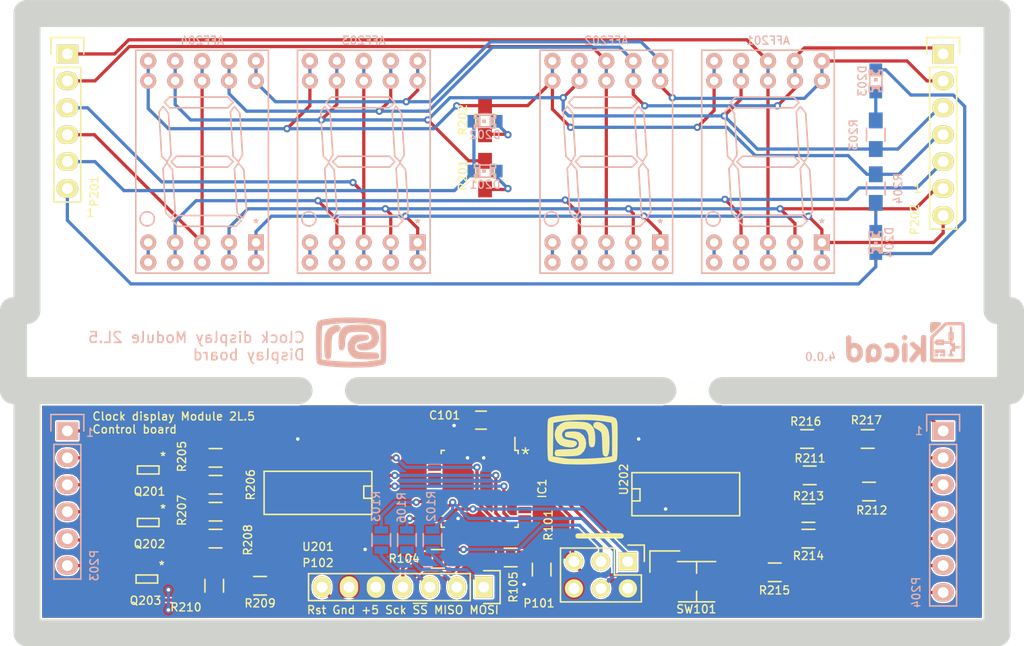
<source format=kicad_pcb>
(kicad_pcb (version 4) (host pcbnew 4.0.0-2.201512072331+6194~38~ubuntu14.04.1-stable)
  (title_block (title "Clock Display Module") (date 2016-05-05) (rev 2L.5))
  (layers (0 F.Cu signal hide) (31 B.Cu signal) (34 B.Paste user) (35 F.Paste user hide) (36 B.SilkS user) (37 F.SilkS user hide) (38 B.Mask user) (39 F.Mask user hide) (44 Edge.Cuts user))
  (net 0 "")
  (net 1 "/Display Driver/Seg_E")
  (net 2 "/Display Driver/Seg_D")
  (net 3 D_Dig_0)
  (net 4 "/Display Driver/Seg_C")
  (net 5 "/Display Driver/Seg_B")
  (net 6 "/Display Driver/Seg_A")
  (net 7 "/Display Driver/Seg_F")
  (net 8 "/Display Driver/Seg_G")
  (net 9 D_Dig_1)
  (net 10 D_Dig_2)
  (net 11 D_Dig_3)
  (net 12 VCC)
  (net 13 GND)
  (net 14 "Net-(D201-Pad2)")
  (net 15 D_Colon)
  (net 16 "Net-(D202-Pad2)")
  (net 17 "Net-(D203-Pad2)")
  (net 18 D_Signal)
  (net 19 "Net-(D204-Pad2)")
  (net 20 Reset)
  (net 21 MOSI)
  (net 22 CLK)
  (net 23 C_Dig_0)
  (net 24 C_Dig_1)
  (net 25 C_Dig_2)
  (net 26 C_Dig_3)
  (net 27 C_Colon)
  (net 28 C_Signal)
  (net 29 "Net-(Q201-Pad2)")
  (net 30 "Net-(Q201-Pad5)")
  (net 31 "Net-(Q202-Pad2)")
  (net 32 "Net-(Q202-Pad5)")
  (net 33 "Net-(Q203-Pad2)")
  (net 34 "Net-(Q203-Pad5)")
  (net 35 "Net-(R205-Pad2)")
  (net 36 "Net-(R206-Pad2)")
  (net 37 "Net-(R207-Pad2)")
  (net 38 "Net-(R208-Pad2)")
  (net 39 "Net-(R209-Pad2)")
  (net 40 "Net-(R210-Pad2)")
  (net 41 "Net-(R211-Pad2)")
  (net 42 "Net-(R212-Pad2)")
  (net 43 "Net-(R213-Pad2)")
  (net 44 "Net-(R214-Pad2)")
  (net 45 "Net-(R215-Pad2)")
  (net 46 "Net-(R216-Pad2)")
  (net 47 "Net-(R217-Pad2)")
  (net 48 "/Display Driver/C_Seg_A")
  (net 49 "/Display Driver/C_Seg_B")
  (net 50 "/Display Driver/C_Seg_C")
  (net 51 "/Display Driver/C_Seg_D")
  (net 52 "/Display Driver/C_Seg_E")
  (net 53 "/Display Driver/C_Seg_F")
  (net 54 "/Display Driver/C_Seg_G")
  (net 55 D)
  (net 56 ~SS)
  (net 57 MISO)
  (net 58 A0)
  (net 59 A1)
  (net 60 A2)
  (net 61 A)
  (net 62 B)
  (net 63 C)
  (net 64 "Net-(AFF201-Pad5)")
  (net 65 "Net-(AFF202-Pad5)")
  (net 66 "Net-(AFF203-Pad5)")
  (net 67 "Net-(AFF204-Pad5)")
  (net 68 "Net-(P102-Pad1)")
  (net 69 "Net-(IC1-Pad2)")
  (net 70 "Net-(IC1-Pad7)")
  (net 71 "Net-(IC1-Pad8)")
  (net 72 "Net-(IC1-Pad9)")
  (net 73 "Net-(IC1-Pad10)")
  (net 74 "Net-(IC1-Pad11)")
  (net 75 "Net-(IC1-Pad12)")
  (net 76 "Net-(IC1-Pad13)")
  (net 77 "Net-(IC1-Pad19)")
  (net 78 "Net-(IC1-Pad20)")
  (net 79 "Net-(IC1-Pad22)")
  (net 80 "Net-(IC1-Pad26)")
  (net 81 "Net-(IC1-Pad27)")
  (net 82 "Net-(IC1-Pad28)")
  (net 83 "Net-(P102-Pad4)")
  (net 84 "Net-(P102-Pad7)")
  (net 85 "Net-(U201-Pad7)")
  (net 86 "Net-(U201-Pad9)")
  (net 87 "Net-(P102-Pad2)")
  (net 88 "Net-(P102-Pad3)")
  (module LEDs:LED-0805 (layer B.Cu) (at 158.75 56.769)
    (fp_text reference D201 (at 0 1.27) (layer B.SilkS) (effects (font (size 0.762 0.762) (thickness 0.127)) (justify mirror)))
    (fp_text value Colon1)
    (pad 2 smd rect (at 1.04902 0 180) (size 1.19888 1.19888) (layers B.Cu B.Paste B.Mask) (net 14 "Net-(D201-Pad2)"))
    (pad 1 smd rect (at -1.04902 0 180) (size 1.19888 1.19888) (layers B.Cu B.Paste B.Mask) (net 15 D_Colon))
  )
  (module LEDs:LED-0805 (layer B.Cu) (at 158.75 52.07)
    (fp_text reference D202 (at 0 1.27) (layer B.SilkS) (effects (font (size 0.762 0.762) (thickness 0.127)) (justify mirror)))
    (fp_text value Colon2)
    (pad 2 smd rect (at 1.04902 0 180) (size 1.19888 1.19888) (layers B.Cu B.Paste B.Mask) (net 16 "Net-(D202-Pad2)"))
    (pad 1 smd rect (at -1.04902 0 180) (size 1.19888 1.19888) (layers B.Cu B.Paste B.Mask) (net 15 D_Colon))
  )
  (module LEDs:LED-0805 (layer B.Cu) (at 195.58 48.26 270)
    (fp_text reference D203 (at 0 1.27 270) (layer B.SilkS) (effects (font (size 0.762 0.762) (thickness 0.127)) (justify mirror)))
    (fp_text value Alarm)
    (pad 2 smd rect (at 1.04902 0 90) (size 1.19888 1.19888) (layers B.Cu B.Paste B.Mask) (net 17 "Net-(D203-Pad2)"))
    (pad 1 smd rect (at -1.04902 0 90) (size 1.19888 1.19888) (layers B.Cu B.Paste B.Mask) (net 18 D_Signal))
  )
  (module LEDs:LED-0805 (layer B.Cu) (at 195.58 63.5 90)
    (fp_text reference D204 (at 0 1.27 90) (layer B.SilkS) (effects (font (size 0.762 0.762) (thickness 0.127)) (justify mirror)))
    (fp_text value Auto)
    (pad 2 smd rect (at 1.04902 0 270) (size 1.19888 1.19888) (layers B.Cu B.Paste B.Mask) (net 19 "Net-(D204-Pad2)"))
    (pad 1 smd rect (at -1.04902 0 270) (size 1.19888 1.19888) (layers B.Cu B.Paste B.Mask) (net 18 D_Signal))
  )
  (module Pin_Headers:Pin_Header_Straight_1x06 (layer B.Cu) (at 119.38 81.28 180)
    (fp_text reference P203 (at -2.54 -12.7 270) (layer B.SilkS) (effects (font (size 0.762 0.762) (thickness 0.127)) (justify mirror)))
    (fp_text value CONN_01X06)
    (pad 1 thru_hole rect (at 0 0 180) (size 2.032 1.7272) (drill 1.016) (layers *.Cu *.Mask B.SilkS) (net 23 C_Dig_0))
    (pad 2 thru_hole oval (at 0 -2.54 180) (size 2.032 1.7272) (drill 1.016) (layers *.Cu *.Mask B.SilkS) (net 24 C_Dig_1))
    (pad 3 thru_hole oval (at 0 -5.08 180) (size 2.032 1.7272) (drill 1.016) (layers *.Cu *.Mask B.SilkS) (net 25 C_Dig_2))
    (pad 4 thru_hole oval (at 0 -7.62 180) (size 2.032 1.7272) (drill 1.016) (layers *.Cu *.Mask B.SilkS) (net 26 C_Dig_3))
    (pad 5 thru_hole oval (at 0 -10.16 180) (size 2.032 1.7272) (drill 1.016) (layers *.Cu *.Mask B.SilkS) (net 27 C_Colon))
    (pad 6 thru_hole oval (at 0 -12.7 180) (size 2.032 1.7272) (drill 1.016) (layers *.Cu *.Mask B.SilkS) (net 28 C_Signal))
  )
  (module Pin_Headers:Pin_Header_Straight_1x07 (layer B.Cu) (at 201.93 81.28 180)
    (fp_text reference P204 (at 2.54 -15.24 270) (layer B.SilkS) (effects (font (size 0.762 0.762) (thickness 0.127)) (justify mirror)))
    (fp_text value CONN_01X07)
    (pad 1 thru_hole rect (at 0 0 180) (size 2.032 1.7272) (drill 1.016) (layers *.Cu *.Mask B.SilkS) (net 53 "/Display Driver/C_Seg_F"))
    (pad 2 thru_hole oval (at 0 -2.54 180) (size 2.032 1.7272) (drill 1.016) (layers *.Cu *.Mask B.SilkS) (net 54 "/Display Driver/C_Seg_G"))
    (pad 3 thru_hole oval (at 0 -5.08 180) (size 2.032 1.7272) (drill 1.016) (layers *.Cu *.Mask B.SilkS) (net 48 "/Display Driver/C_Seg_A"))
    (pad 4 thru_hole oval (at 0 -7.62 180) (size 2.032 1.7272) (drill 1.016) (layers *.Cu *.Mask B.SilkS) (net 49 "/Display Driver/C_Seg_B"))
    (pad 5 thru_hole oval (at 0 -10.16 180) (size 2.032 1.7272) (drill 1.016) (layers *.Cu *.Mask B.SilkS) (net 50 "/Display Driver/C_Seg_C"))
    (pad 6 thru_hole oval (at 0 -12.7 180) (size 2.032 1.7272) (drill 1.016) (layers *.Cu *.Mask B.SilkS) (net 51 "/Display Driver/C_Seg_D"))
    (pad 7 thru_hole oval (at 0 -15.24 180) (size 2.032 1.7272) (drill 1.016) (layers *.Cu *.Mask B.SilkS) (net 52 "/Display Driver/C_Seg_E"))
  )
  (module ClockFootprints:SOT-363 (layer F.Cu) (at 127 84.963 180)
    (fp_text reference Q201 (at -0.127 -2.032 180) (layer F.SilkS) (effects (font (size 0.762 0.762) (thickness 0.127))))
    (fp_text value BC856BS hide)
    (fp_text user * (at -1.397 1.27 180) (layer F.SilkS) (effects (font (size 0.762 0.762) (thickness 0.127))))
    (pad 2 smd rect (at 0 0.8375 180) (size 0.3 0.525) (layers F.Cu F.Paste F.Mask) (net 29 "Net-(Q201-Pad2)"))
    (pad 5 smd rect (at 0 -0.8375 180) (size 0.3 0.525) (layers F.Cu F.Paste F.Mask) (net 30 "Net-(Q201-Pad5)"))
    (pad 6 smd rect (at -0.65 -0.8375 180) (size 0.3 0.525) (layers F.Cu F.Paste F.Mask) (net 13 GND))
    (pad 4 smd rect (at 0.65 -0.8375 180) (size 0.3 0.525) (layers F.Cu F.Paste F.Mask) (net 24 C_Dig_1))
    (pad 3 smd rect (at 0.65 0.8375 180) (size 0.3 0.525) (layers F.Cu F.Paste F.Mask) (net 13 GND))
    (pad 1 smd rect (at -0.65 0.8375 180) (size 0.3 0.525) (layers F.Cu F.Paste F.Mask) (net 23 C_Dig_0))
  )
  (module ClockFootprints:SOT-363 (layer F.Cu) (at 127 89.916 180)
    (fp_text reference Q202 (at -0.127 -2.032 180) (layer F.SilkS) (effects (font (size 0.762 0.762) (thickness 0.127))))
    (fp_text value BC856BS hide)
    (fp_text user * (at -1.397 1.27 180) (layer F.SilkS) (effects (font (size 0.762 0.762) (thickness 0.127))))
    (pad 2 smd rect (at 0 0.8375 180) (size 0.3 0.525) (layers F.Cu F.Paste F.Mask) (net 31 "Net-(Q202-Pad2)"))
    (pad 5 smd rect (at 0 -0.8375 180) (size 0.3 0.525) (layers F.Cu F.Paste F.Mask) (net 32 "Net-(Q202-Pad5)"))
    (pad 6 smd rect (at -0.65 -0.8375 180) (size 0.3 0.525) (layers F.Cu F.Paste F.Mask) (net 13 GND))
    (pad 4 smd rect (at 0.65 -0.8375 180) (size 0.3 0.525) (layers F.Cu F.Paste F.Mask) (net 26 C_Dig_3))
    (pad 3 smd rect (at 0.65 0.8375 180) (size 0.3 0.525) (layers F.Cu F.Paste F.Mask) (net 13 GND))
    (pad 1 smd rect (at -0.65 0.8375 180) (size 0.3 0.525) (layers F.Cu F.Paste F.Mask) (net 25 C_Dig_2))
  )
  (module ClockFootprints:SOT-363 (layer F.Cu) (at 126.873 95.25 180)
    (fp_text reference Q203 (at 0.127 -2.032 180) (layer F.SilkS) (effects (font (size 0.762 0.762) (thickness 0.127))))
    (fp_text value BC856BS hide)
    (fp_text user * (at -1.397 1.27 180) (layer F.SilkS) (effects (font (size 0.762 0.762) (thickness 0.127))))
    (pad 2 smd rect (at 0 0.8375 180) (size 0.3 0.525) (layers F.Cu F.Paste F.Mask) (net 33 "Net-(Q203-Pad2)"))
    (pad 5 smd rect (at 0 -0.8375 180) (size 0.3 0.525) (layers F.Cu F.Paste F.Mask) (net 34 "Net-(Q203-Pad5)"))
    (pad 6 smd rect (at -0.65 -0.8375 180) (size 0.3 0.525) (layers F.Cu F.Paste F.Mask) (net 13 GND))
    (pad 4 smd rect (at 0.65 -0.8375 180) (size 0.3 0.525) (layers F.Cu F.Paste F.Mask) (net 28 C_Signal))
    (pad 3 smd rect (at 0.65 0.8375 180) (size 0.3 0.525) (layers F.Cu F.Paste F.Mask) (net 13 GND))
    (pad 1 smd rect (at -0.65 0.8375 180) (size 0.3 0.525) (layers F.Cu F.Paste F.Mask) (net 27 C_Colon))
  )
  (module Resistors_SMD:R_0805_HandSoldering (layer F.Cu) (at 164.084 94.361 90)
    (fp_text reference R101 (at 4.191 0.635 90) (layer F.SilkS) (effects (font (size 0.762 0.762) (thickness 0.127))))
    (fp_text value 10K)
    (pad 1 smd rect (at -1.35 0 90) (size 1.5 1.3) (layers F.Cu F.Paste F.Mask) (net 12 VCC))
    (pad 2 smd rect (at 1.35 0 90) (size 1.5 1.3) (layers F.Cu F.Paste F.Mask) (net 20 Reset))
  )
  (module Resistors_SMD:R_0805_HandSoldering (layer F.Cu) (at 158.75 57.15 90)
    (fp_text reference R201 (at 0 -2.1 90) (layer F.SilkS) (effects (font (size 0.762 0.762) (thickness 0.127))))
    (fp_text value 0)
    (pad 1 smd rect (at -1.35 0 90) (size 1.5 1.3) (layers F.Cu F.Paste F.Mask) (net 14 "Net-(D201-Pad2)"))
    (pad 2 smd rect (at 1.35 0 90) (size 1.5 1.3) (layers F.Cu F.Paste F.Mask) (net 6 "/Display Driver/Seg_A"))
  )
  (module Resistors_SMD:R_0805_HandSoldering (layer F.Cu) (at 158.75 51.943 90)
    (fp_text reference R202 (at 0 -2.1 90) (layer F.SilkS) (effects (font (size 0.762 0.762) (thickness 0.127))))
    (fp_text value 0)
    (pad 1 smd rect (at -1.35 0 90) (size 1.5 1.3) (layers F.Cu F.Paste F.Mask) (net 16 "Net-(D202-Pad2)"))
    (pad 2 smd rect (at 1.35 0 90) (size 1.5 1.3) (layers F.Cu F.Paste F.Mask) (net 5 "/Display Driver/Seg_B"))
  )
  (module Resistors_SMD:R_0805_HandSoldering (layer B.Cu) (at 195.58 53.34 270)
    (fp_text reference R203 (at 0 2.1 270) (layer B.SilkS) (effects (font (size 0.762 0.762) (thickness 0.127)) (justify mirror)))
    (fp_text value 0)
    (pad 1 smd rect (at -1.35 0 270) (size 1.5 1.3) (layers B.Cu B.Paste B.Mask) (net 17 "Net-(D203-Pad2)"))
    (pad 2 smd rect (at 1.35 0 270) (size 1.5 1.3) (layers B.Cu B.Paste B.Mask) (net 6 "/Display Driver/Seg_A"))
  )
  (module Resistors_SMD:R_0805_HandSoldering (layer B.Cu) (at 195.58 58.42 90)
    (fp_text reference R204 (at 0 2.1 90) (layer B.SilkS) (effects (font (size 0.762 0.762) (thickness 0.127)) (justify mirror)))
    (fp_text value 0)
    (pad 1 smd rect (at -1.35 0 90) (size 1.5 1.3) (layers B.Cu B.Paste B.Mask) (net 19 "Net-(D204-Pad2)"))
    (pad 2 smd rect (at 1.35 0 90) (size 1.5 1.3) (layers B.Cu B.Paste B.Mask) (net 5 "/Display Driver/Seg_B"))
  )
  (module Resistors_SMD:R_0805_HandSoldering (layer F.Cu) (at 133.35 83.82)
    (fp_text reference R205 (at -3.175 -0.127 90) (layer F.SilkS) (effects (font (size 0.762 0.762) (thickness 0.127))))
    (fp_text value 500)
    (pad 1 smd rect (at -1.35 0) (size 1.5 1.3) (layers F.Cu F.Paste F.Mask) (net 29 "Net-(Q201-Pad2)"))
    (pad 2 smd rect (at 1.35 0) (size 1.5 1.3) (layers F.Cu F.Paste F.Mask) (net 35 "Net-(R205-Pad2)"))
  )
  (module Resistors_SMD:R_0805_HandSoldering (layer F.Cu) (at 133.35 86.36)
    (fp_text reference R206 (at 3.302 0 90) (layer F.SilkS) (effects (font (size 0.762 0.762) (thickness 0.127))))
    (fp_text value 500)
    (pad 1 smd rect (at -1.35 0) (size 1.5 1.3) (layers F.Cu F.Paste F.Mask) (net 30 "Net-(Q201-Pad5)"))
    (pad 2 smd rect (at 1.35 0) (size 1.5 1.3) (layers F.Cu F.Paste F.Mask) (net 36 "Net-(R206-Pad2)"))
  )
  (module Resistors_SMD:R_0805_HandSoldering (layer F.Cu) (at 133.35 88.9)
    (fp_text reference R207 (at -3.175 -0.127 90) (layer F.SilkS) (effects (font (size 0.762 0.762) (thickness 0.127))))
    (fp_text value 500)
    (pad 1 smd rect (at -1.35 0) (size 1.5 1.3) (layers F.Cu F.Paste F.Mask) (net 31 "Net-(Q202-Pad2)"))
    (pad 2 smd rect (at 1.35 0) (size 1.5 1.3) (layers F.Cu F.Paste F.Mask) (net 37 "Net-(R207-Pad2)"))
  )
  (module Resistors_SMD:R_0805_HandSoldering (layer F.Cu) (at 133.35 91.44)
    (fp_text reference R208 (at 3.048 0.127 90) (layer F.SilkS) (effects (font (size 0.762 0.762) (thickness 0.127))))
    (fp_text value 500)
    (pad 1 smd rect (at -1.35 0) (size 1.5 1.3) (layers F.Cu F.Paste F.Mask) (net 32 "Net-(Q202-Pad5)"))
    (pad 2 smd rect (at 1.35 0) (size 1.5 1.3) (layers F.Cu F.Paste F.Mask) (net 38 "Net-(R208-Pad2)"))
  )
  (module Resistors_SMD:R_0805_HandSoldering (layer F.Cu) (at 137.541 95.885)
    (fp_text reference R209 (at 0 1.651 180) (layer F.SilkS) (effects (font (size 0.762 0.762) (thickness 0.127))))
    (fp_text value 500)
    (pad 1 smd rect (at -1.35 0) (size 1.5 1.3) (layers F.Cu F.Paste F.Mask) (net 33 "Net-(Q203-Pad2)"))
    (pad 2 smd rect (at 1.35 0) (size 1.5 1.3) (layers F.Cu F.Paste F.Mask) (net 39 "Net-(R209-Pad2)"))
  )
  (module Resistors_SMD:R_0805_HandSoldering (layer F.Cu) (at 133.223 95.885 90)
    (fp_text reference R210 (at -2.032 -2.667 360) (layer F.SilkS) (effects (font (size 0.762 0.762) (thickness 0.127))))
    (fp_text value 500)
    (pad 1 smd rect (at -1.35 0 90) (size 1.5 1.3) (layers F.Cu F.Paste F.Mask) (net 34 "Net-(Q203-Pad5)"))
    (pad 2 smd rect (at 1.35 0 90) (size 1.5 1.3) (layers F.Cu F.Paste F.Mask) (net 40 "Net-(R210-Pad2)"))
  )
  (module Resistors_SMD:R_0805_HandSoldering (layer F.Cu) (at 189.357 85.471 180)
    (fp_text reference R211 (at -0.0254 1.6002 180) (layer F.SilkS) (effects (font (size 0.762 0.762) (thickness 0.127))))
    (fp_text value 160)
    (pad 1 smd rect (at -1.35 0 180) (size 1.5 1.3) (layers F.Cu F.Paste F.Mask) (net 48 "/Display Driver/C_Seg_A"))
    (pad 2 smd rect (at 1.35 0 180) (size 1.5 1.3) (layers F.Cu F.Paste F.Mask) (net 41 "Net-(R211-Pad2)"))
  )
  (module Resistors_SMD:R_0805_HandSoldering (layer F.Cu) (at 194.945 86.995 180)
    (fp_text reference R212 (at -0.254 -1.778 180) (layer F.SilkS) (effects (font (size 0.762 0.762) (thickness 0.127))))
    (fp_text value 160)
    (pad 1 smd rect (at -1.35 0 180) (size 1.5 1.3) (layers F.Cu F.Paste F.Mask) (net 49 "/Display Driver/C_Seg_B"))
    (pad 2 smd rect (at 1.35 0 180) (size 1.5 1.3) (layers F.Cu F.Paste F.Mask) (net 42 "Net-(R212-Pad2)"))
  )
  (module Resistors_SMD:R_0805_HandSoldering (layer F.Cu) (at 189.23 89.027 180)
    (fp_text reference R213 (at 0 1.6002 180) (layer F.SilkS) (effects (font (size 0.762 0.762) (thickness 0.127))))
    (fp_text value 160)
    (pad 1 smd rect (at -1.35 0 180) (size 1.5 1.3) (layers F.Cu F.Paste F.Mask) (net 50 "/Display Driver/C_Seg_C"))
    (pad 2 smd rect (at 1.35 0 180) (size 1.5 1.3) (layers F.Cu F.Paste F.Mask) (net 43 "Net-(R213-Pad2)"))
  )
  (module Resistors_SMD:R_0805_HandSoldering (layer F.Cu) (at 189.23 91.44 180)
    (fp_text reference R214 (at 0 -1.6256 180) (layer F.SilkS) (effects (font (size 0.762 0.762) (thickness 0.127))))
    (fp_text value 160)
    (pad 1 smd rect (at -1.35 0 180) (size 1.5 1.3) (layers F.Cu F.Paste F.Mask) (net 51 "/Display Driver/C_Seg_D"))
    (pad 2 smd rect (at 1.35 0 180) (size 1.5 1.3) (layers F.Cu F.Paste F.Mask) (net 44 "Net-(R214-Pad2)"))
  )
  (module Resistors_SMD:R_0805_HandSoldering (layer F.Cu) (at 186.055 94.615 180)
    (fp_text reference R215 (at 0.0254 -1.7018 180) (layer F.SilkS) (effects (font (size 0.762 0.762) (thickness 0.127))))
    (fp_text value 160)
    (pad 1 smd rect (at -1.35 0 180) (size 1.5 1.3) (layers F.Cu F.Paste F.Mask) (net 52 "/Display Driver/C_Seg_E"))
    (pad 2 smd rect (at 1.35 0 180) (size 1.5 1.3) (layers F.Cu F.Paste F.Mask) (net 45 "Net-(R215-Pad2)"))
  )
  (module Resistors_SMD:R_0805_HandSoldering (layer F.Cu) (at 189.103 82.042 180)
    (fp_text reference R216 (at 0.127 1.651 180) (layer F.SilkS) (effects (font (size 0.762 0.762) (thickness 0.127))))
    (fp_text value 160)
    (pad 1 smd rect (at -1.35 0 180) (size 1.5 1.3) (layers F.Cu F.Paste F.Mask) (net 53 "/Display Driver/C_Seg_F"))
    (pad 2 smd rect (at 1.35 0 180) (size 1.5 1.3) (layers F.Cu F.Paste F.Mask) (net 46 "Net-(R216-Pad2)"))
  )
  (module Resistors_SMD:R_0805_HandSoldering (layer F.Cu) (at 194.818 82.042 180)
    (fp_text reference R217 (at 0.127 1.778 180) (layer F.SilkS) (effects (font (size 0.762 0.762) (thickness 0.127))))
    (fp_text value 160)
    (pad 1 smd rect (at -1.35 0 180) (size 1.5 1.3) (layers F.Cu F.Paste F.Mask) (net 54 "/Display Driver/C_Seg_G"))
    (pad 2 smd rect (at 1.35 0 180) (size 1.5 1.3) (layers F.Cu F.Paste F.Mask) (net 47 "Net-(R217-Pad2)"))
  )
  (module ClockFootprints:SOIC-16 (layer F.Cu) (at 142.875 87.122 180)
    (fp_text reference U201 (at -0.127 -5.08 360) (layer F.SilkS) (effects (font (size 0.762 0.762) (thickness 0.127))))
    (fp_text value SN74LS138 hide)
    (pad 1 smd rect (at -4.572 3.3 180) (size 0.6 1.6) (layers F.Cu F.Paste F.Mask) (net 58 A0))
    (pad 2 smd rect (at -3.302 3.3 180) (size 0.6 1.6) (layers F.Cu F.Paste F.Mask) (net 59 A1))
    (pad 3 smd rect (at -2.032 3.3 180) (size 0.6 1.6) (layers F.Cu F.Paste F.Mask) (net 60 A2))
    (pad 4 smd rect (at -0.762 3.3 180) (size 0.6 1.6) (layers F.Cu F.Paste F.Mask) (net 13 GND))
    (pad 5 smd rect (at 0.508 3.302 180) (size 0.6 1.6) (layers F.Cu F.Paste F.Mask) (net 13 GND))
    (pad 6 smd rect (at 1.778 3.3 180) (size 0.6 1.5) (layers F.Cu F.Paste F.Mask) (net 12 VCC))
    (pad 7 smd rect (at 3.048 3.3 180) (size 0.6 1.6) (layers F.Cu F.Paste F.Mask) (net 85 "Net-(U201-Pad7)"))
    (pad 8 smd rect (at 4.318 3.3 180) (size 0.6 1.6) (layers F.Cu F.Paste F.Mask) (net 13 GND))
    (pad 9 smd rect (at 4.318 -3.3 180) (size 0.6 1.6) (layers F.Cu F.Paste F.Mask) (net 86 "Net-(U201-Pad9)"))
    (pad 10 smd rect (at 3.048 -3.3 180) (size 0.6 1.6) (layers F.Cu F.Paste F.Mask) (net 40 "Net-(R210-Pad2)"))
    (pad 11 smd rect (at 1.778 -3.3 180) (size 0.6 1.6) (layers F.Cu F.Paste F.Mask) (net 39 "Net-(R209-Pad2)"))
    (pad 12 smd rect (at 0.508 -3.3 180) (size 0.6 1.6) (layers F.Cu F.Paste F.Mask) (net 38 "Net-(R208-Pad2)"))
    (pad 13 smd rect (at -0.762 -3.3 180) (size 0.6 1.6) (layers F.Cu F.Paste F.Mask) (net 37 "Net-(R207-Pad2)"))
    (pad 14 smd rect (at -2.032 -3.3 180) (size 0.6 1.6) (layers F.Cu F.Paste F.Mask) (net 36 "Net-(R206-Pad2)"))
    (pad 15 smd rect (at -3.302 -3.3 180) (size 0.6 1.6) (layers F.Cu F.Paste F.Mask) (net 35 "Net-(R205-Pad2)"))
    (pad 16 smd rect (at -4.572 -3.3 180) (size 0.6 1.6) (layers F.Cu F.Paste F.Mask) (net 12 VCC))
  )
  (module ClockFootprints:SOIC-16 (layer F.Cu) (at 177.8 87.249)
    (fp_text reference U202 (at -5.969 -1.397 90) (layer F.SilkS) (effects (font (size 0.762 0.762) (thickness 0.127))))
    (fp_text value 74HC4511 hide)
    (pad 1 smd rect (at -4.572 3.3) (size 0.6 1.6) (layers F.Cu F.Paste F.Mask) (net 62 B))
    (pad 2 smd rect (at -3.302 3.3) (size 0.6 1.6) (layers F.Cu F.Paste F.Mask) (net 63 C))
    (pad 3 smd rect (at -2.032 3.3) (size 0.6 1.6) (layers F.Cu F.Paste F.Mask) (net 12 VCC))
    (pad 4 smd rect (at -0.762 3.3) (size 0.6 1.6) (layers F.Cu F.Paste F.Mask) (net 12 VCC))
    (pad 5 smd rect (at 0.508 3.302) (size 0.6 1.6) (layers F.Cu F.Paste F.Mask) (net 13 GND))
    (pad 6 smd rect (at 1.778 3.3) (size 0.6 1.5) (layers F.Cu F.Paste F.Mask) (net 55 D))
    (pad 7 smd rect (at 3.048 3.3) (size 0.6 1.6) (layers F.Cu F.Paste F.Mask) (net 61 A))
    (pad 8 smd rect (at 4.318 3.3) (size 0.6 1.6) (layers F.Cu F.Paste F.Mask) (net 13 GND))
    (pad 9 smd rect (at 4.318 -3.3) (size 0.6 1.6) (layers F.Cu F.Paste F.Mask) (net 45 "Net-(R215-Pad2)"))
    (pad 10 smd rect (at 3.048 -3.3) (size 0.6 1.6) (layers F.Cu F.Paste F.Mask) (net 44 "Net-(R214-Pad2)"))
    (pad 11 smd rect (at 1.778 -3.3) (size 0.6 1.6) (layers F.Cu F.Paste F.Mask) (net 43 "Net-(R213-Pad2)"))
    (pad 12 smd rect (at 0.508 -3.3) (size 0.6 1.6) (layers F.Cu F.Paste F.Mask) (net 42 "Net-(R212-Pad2)"))
    (pad 13 smd rect (at -0.762 -3.3) (size 0.6 1.6) (layers F.Cu F.Paste F.Mask) (net 41 "Net-(R211-Pad2)"))
    (pad 14 smd rect (at -2.032 -3.3) (size 0.6 1.6) (layers F.Cu F.Paste F.Mask) (net 47 "Net-(R217-Pad2)"))
    (pad 15 smd rect (at -3.302 -3.3) (size 0.6 1.6) (layers F.Cu F.Paste F.Mask) (net 46 "Net-(R216-Pad2)"))
    (pad 16 smd rect (at -4.572 -3.3) (size 0.6 1.6) (layers F.Cu F.Paste F.Mask) (net 12 VCC))
  )
  (module Pin_Headers:Pin_Header_Straight_2x03 (layer F.Cu) (at 172.212 93.599 270)
    (fp_text reference P101 (at 3.937 8.382 360) (layer F.SilkS) (effects (font (size 0.762 0.762) (thickness 0.127))))
    (fp_text value CONN_02X03)
    (pad 1 thru_hole rect (at 0 0 270) (size 1.7272 1.7272) (drill 1.016) (layers *.Cu *.Mask F.SilkS) (net 57 MISO))
    (pad 2 thru_hole oval (at 2.54 0 270) (size 1.7272 1.7272) (drill 1.016) (layers *.Cu *.Mask F.SilkS) (net 12 VCC))
    (pad 3 thru_hole oval (at 0 2.54 270) (size 1.7272 1.7272) (drill 1.016) (layers *.Cu *.Mask F.SilkS) (net 22 CLK))
    (pad 4 thru_hole oval (at 2.54 2.54 270) (size 1.7272 1.7272) (drill 1.016) (layers *.Cu *.Mask F.SilkS) (net 21 MOSI))
    (pad 5 thru_hole oval (at 0 5.08 270) (size 1.7272 1.7272) (drill 1.016) (layers *.Cu *.Mask F.SilkS) (net 20 Reset))
    (pad 6 thru_hole oval (at 2.54 5.08 270) (size 1.7272 1.7272) (drill 1.016) (layers *.Cu *.Mask F.SilkS) (net 13 GND))
  )
  (module Pin_Headers:Pin_Header_Straight_1x06 (layer F.Cu) (at 119.38 45.72)
    (fp_text reference P201 (at 2.54 12.954 90) (layer F.SilkS) (effects (font (size 0.762 0.762) (thickness 0.127))))
    (fp_text value CONN_01X06)
    (pad 1 thru_hole rect (at 0 0) (size 2.032 1.7272) (drill 1.016) (layers *.Cu *.Mask F.SilkS) (net 3 D_Dig_0))
    (pad 2 thru_hole oval (at 0 2.54) (size 2.032 1.7272) (drill 1.016) (layers *.Cu *.Mask F.SilkS) (net 9 D_Dig_1))
    (pad 3 thru_hole oval (at 0 5.08) (size 2.032 1.7272) (drill 1.016) (layers *.Cu *.Mask F.SilkS) (net 10 D_Dig_2))
    (pad 4 thru_hole oval (at 0 7.62) (size 2.032 1.7272) (drill 1.016) (layers *.Cu *.Mask F.SilkS) (net 11 D_Dig_3))
    (pad 5 thru_hole oval (at 0 10.16) (size 2.032 1.7272) (drill 1.016) (layers *.Cu *.Mask F.SilkS) (net 15 D_Colon))
    (pad 6 thru_hole oval (at 0 12.7) (size 2.032 1.7272) (drill 1.016) (layers *.Cu *.Mask F.SilkS) (net 18 D_Signal))
  )
  (module Pin_Headers:Pin_Header_Straight_1x07 (layer F.Cu) (at 201.93 45.72)
    (fp_text reference P202 (at -2.667 15.621 90) (layer F.SilkS) (effects (font (size 0.762 0.762) (thickness 0.127))))
    (fp_text value CONN_01X07)
    (pad 1 thru_hole rect (at 0 0) (size 2.032 1.7272) (drill 1.016) (layers *.Cu *.Mask F.SilkS) (net 7 "/Display Driver/Seg_F"))
    (pad 2 thru_hole oval (at 0 2.54) (size 2.032 1.7272) (drill 1.016) (layers *.Cu *.Mask F.SilkS) (net 8 "/Display Driver/Seg_G"))
    (pad 3 thru_hole oval (at 0 5.08) (size 2.032 1.7272) (drill 1.016) (layers *.Cu *.Mask F.SilkS) (net 6 "/Display Driver/Seg_A"))
    (pad 4 thru_hole oval (at 0 7.62) (size 2.032 1.7272) (drill 1.016) (layers *.Cu *.Mask F.SilkS) (net 5 "/Display Driver/Seg_B"))
    (pad 5 thru_hole oval (at 0 10.16) (size 2.032 1.7272) (drill 1.016) (layers *.Cu *.Mask F.SilkS) (net 4 "/Display Driver/Seg_C"))
    (pad 6 thru_hole oval (at 0 12.7) (size 2.032 1.7272) (drill 1.016) (layers *.Cu *.Mask F.SilkS) (net 2 "/Display Driver/Seg_D"))
    (pad 7 thru_hole oval (at 0 15.24) (size 2.032 1.7272) (drill 1.016) (layers *.Cu *.Mask F.SilkS) (net 1 "/Display Driver/Seg_E"))
  )
  (module ClockFootprints:kicad_logo (layer B.Cu) (at 198.374 72.898 180)
    (fp_text reference LOGO2 hide)
    (fp_text value LOGO hide)
  )
  (module ClockFootprints:myLogo_basic_rounded_50 (layer B.Cu) (at 146.177 72.898 180)
    (fp_text reference LOGO1 hide)
    (fp_text value LOGO hide)
  )
  (module Housings_QFP:LQFP-32_7x7mm_Pitch0.8mm (layer F.Cu) (at 158.242 86.741 270)
    (fp_text reference IC1 (at -0.0254 -5.8928 450) (layer F.SilkS) (effects (font (size 0.762 0.762) (thickness 0.127))))
    (fp_text value ATMEGA88PA-A)
    (pad 1 smd rect (at -4.25 -2.8 270) (size 1.2 0.6) (layers F.Cu F.Paste F.Mask) (net 55 D))
    (pad 2 smd rect (at -4.25 -2 270) (size 1.2 0.6) (layers F.Cu F.Paste F.Mask) (net 69 "Net-(IC1-Pad2)"))
    (pad 3 smd rect (at -4.25 -1.2 270) (size 1.2 0.6) (layers F.Cu F.Paste F.Mask) (net 13 GND))
    (pad 4 smd rect (at -4.25 -0.4 270) (size 1.2 0.6) (layers F.Cu F.Paste F.Mask) (net 12 VCC))
    (pad 5 smd rect (at -4.25 0.4 270) (size 1.2 0.6) (layers F.Cu F.Paste F.Mask) (net 13 GND))
    (pad 6 smd rect (at -4.25 1.2 270) (size 1.2 0.6) (layers F.Cu F.Paste F.Mask) (net 12 VCC))
    (pad 7 smd rect (at -4.25 2 270) (size 1.2 0.6) (layers F.Cu F.Paste F.Mask) (net 70 "Net-(IC1-Pad7)"))
    (pad 8 smd rect (at -4.25 2.8 270) (size 1.2 0.6) (layers F.Cu F.Paste F.Mask) (net 71 "Net-(IC1-Pad8)"))
    (pad 9 smd rect (at -2.8 4.25) (size 1.2 0.6) (layers F.Cu F.Paste F.Mask) (net 72 "Net-(IC1-Pad9)"))
    (pad 10 smd rect (at -2 4.25) (size 1.2 0.6) (layers F.Cu F.Paste F.Mask) (net 73 "Net-(IC1-Pad10)"))
    (pad 11 smd rect (at -1.2 4.25) (size 1.2 0.6) (layers F.Cu F.Paste F.Mask) (net 74 "Net-(IC1-Pad11)"))
    (pad 12 smd rect (at -0.4 4.25) (size 1.2 0.6) (layers F.Cu F.Paste F.Mask) (net 75 "Net-(IC1-Pad12)"))
    (pad 13 smd rect (at 0.4 4.25) (size 1.2 0.6) (layers F.Cu F.Paste F.Mask) (net 76 "Net-(IC1-Pad13)"))
    (pad 14 smd rect (at 1.2 4.25) (size 1.2 0.6) (layers F.Cu F.Paste F.Mask) (net 56 ~SS))
    (pad 15 smd rect (at 2 4.25) (size 1.2 0.6) (layers F.Cu F.Paste F.Mask) (net 21 MOSI))
    (pad 16 smd rect (at 2.8 4.25) (size 1.2 0.6) (layers F.Cu F.Paste F.Mask) (net 57 MISO))
    (pad 17 smd rect (at 4.25 2.8 270) (size 1.2 0.6) (layers F.Cu F.Paste F.Mask) (net 22 CLK))
    (pad 18 smd rect (at 4.25 2 270) (size 1.2 0.6) (layers F.Cu F.Paste F.Mask) (net 12 VCC))
    (pad 19 smd rect (at 4.25 1.2 270) (size 1.2 0.6) (layers F.Cu F.Paste F.Mask) (net 77 "Net-(IC1-Pad19)"))
    (pad 20 smd rect (at 4.25 0.4 270) (size 1.2 0.6) (layers F.Cu F.Paste F.Mask) (net 78 "Net-(IC1-Pad20)"))
    (pad 21 smd rect (at 4.25 -0.4 270) (size 1.2 0.6) (layers F.Cu F.Paste F.Mask) (net 13 GND))
    (pad 22 smd rect (at 4.25 -1.2 270) (size 1.2 0.6) (layers F.Cu F.Paste F.Mask) (net 79 "Net-(IC1-Pad22)"))
    (pad 23 smd rect (at 4.25 -2 270) (size 1.2 0.6) (layers F.Cu F.Paste F.Mask) (net 58 A0))
    (pad 24 smd rect (at 4.25 -2.8 270) (size 1.2 0.6) (layers F.Cu F.Paste F.Mask) (net 59 A1))
    (pad 25 smd rect (at 2.8 -4.25) (size 1.2 0.6) (layers F.Cu F.Paste F.Mask) (net 60 A2))
    (pad 26 smd rect (at 2 -4.25) (size 1.2 0.6) (layers F.Cu F.Paste F.Mask) (net 80 "Net-(IC1-Pad26)"))
    (pad 27 smd rect (at 1.2 -4.25) (size 1.2 0.6) (layers F.Cu F.Paste F.Mask) (net 81 "Net-(IC1-Pad27)"))
    (pad 28 smd rect (at 0.4 -4.25) (size 1.2 0.6) (layers F.Cu F.Paste F.Mask) (net 82 "Net-(IC1-Pad28)"))
    (pad 29 smd rect (at -0.4 -4.25) (size 1.2 0.6) (layers F.Cu F.Paste F.Mask) (net 20 Reset))
    (pad 30 smd rect (at -1.2 -4.25) (size 1.2 0.6) (layers F.Cu F.Paste F.Mask) (net 61 A))
    (pad 31 smd rect (at -2 -4.25) (size 1.2 0.6) (layers F.Cu F.Paste F.Mask) (net 62 B))
    (pad 32 smd rect (at -2.8 -4.25) (size 1.2 0.6) (layers F.Cu F.Paste F.Mask) (net 63 C))
  )
  (module ClockFootprints:myLogo_basic_rounded_50 (layer F.Cu) (at 167.894 82.042)
    (fp_text reference G*** hide)
    (fp_text value LOGO hide)
  )
  (module Resistors_SMD:R_0805 (layer B.Cu) (at 153.797 91.567 90)
    (fp_text reference R102 (at 3.175 -0.127 90) (layer B.SilkS) (effects (font (size 0.762 0.762) (thickness 0.127)) (justify mirror)))
    (fp_text value 1K)
    (pad 1 smd rect (at -0.95 0 90) (size 0.7 1.3) (layers B.Cu B.Paste B.Mask) (net 68 "Net-(P102-Pad1)"))
    (pad 2 smd rect (at 0.95 0 90) (size 0.7 1.3) (layers B.Cu B.Paste B.Mask) (net 21 MOSI))
  )
  (module Resistors_SMD:R_0805 (layer B.Cu) (at 148.971 91.567 90)
    (fp_text reference R103 (at 3.175 -0.508 90) (layer B.SilkS) (effects (font (size 0.762 0.762) (thickness 0.127)) (justify mirror)))
    (fp_text value 1K)
    (pad 1 smd rect (at -0.95 0 90) (size 0.7 1.3) (layers B.Cu B.Paste B.Mask) (net 88 "Net-(P102-Pad3)"))
    (pad 2 smd rect (at 0.95 0 90) (size 0.7 1.3) (layers B.Cu B.Paste B.Mask) (net 56 ~SS))
  )
  (module Resistors_SMD:R_0805 (layer F.Cu) (at 154.305 93.345)
    (fp_text reference R104 (at -3.175 -0.0254) (layer F.SilkS) (effects (font (size 0.762 0.762) (thickness 0.127))))
    (fp_text value 1K)
    (pad 1 smd rect (at -0.95 0) (size 0.7 1.3) (layers F.Cu F.Paste F.Mask) (net 83 "Net-(P102-Pad4)"))
    (pad 2 smd rect (at 0.95 0) (size 0.7 1.3) (layers F.Cu F.Paste F.Mask) (net 22 CLK))
  )
  (module Capacitors_SMD:C_0805 (layer F.Cu) (at 158.369 80.264)
    (fp_text reference C101 (at -3.429 -0.4572) (layer F.SilkS) (effects (font (size 0.762 0.762) (thickness 0.127))))
    (fp_text value 0.1u)
    (pad 1 smd rect (at -1 0) (size 1 1.25) (layers F.Cu F.Paste F.Mask) (net 12 VCC))
    (pad 2 smd rect (at 1 0) (size 1 1.25) (layers F.Cu F.Paste F.Mask) (net 13 GND))
  )
  (module ClockFootprints:MouseBite (layer F.Cu) (at 143.002 78.359 90)
    (fp_text reference REF** hide)
    (fp_text value MouseBite hide)
    (pad "" np_thru_hole circle (at 0 0 90) (size 0.6096 0.6096) (drill 0.6096) (layers *.Cu *.Mask F.SilkS))
    (pad "" np_thru_hole circle (at 0 1.016 90) (size 0.6096 0.6096) (drill 0.6096) (layers *.Cu *.Mask F.SilkS))
    (pad "" np_thru_hole circle (at 0 2.032 90) (size 0.6096 0.6096) (drill 0.6096) (layers *.Cu *.Mask F.SilkS))
    (pad "" np_thru_hole circle (at 1.524 1.016 90) (size 0.6096 0.6096) (drill 0.6096) (layers *.Cu *.Mask F.SilkS))
    (pad "" np_thru_hole circle (at 1.524 0 90) (size 0.6096 0.6096) (drill 0.6096) (layers *.Cu *.Mask F.SilkS))
    (pad "" np_thru_hole circle (at 1.524 2.032 90) (size 0.6096 0.6096) (drill 0.6096) (layers *.Cu *.Mask F.SilkS))
  )
  (module ClockFootprints:MouseBite (layer F.Cu) (at 177.292 78.359 90)
    (fp_text reference REF** hide)
    (fp_text value MouseBite hide)
    (pad "" np_thru_hole circle (at 0 0 90) (size 0.6096 0.6096) (drill 0.6096) (layers *.Cu *.Mask F.SilkS))
    (pad "" np_thru_hole circle (at 0 1.016 90) (size 0.6096 0.6096) (drill 0.6096) (layers *.Cu *.Mask F.SilkS))
    (pad "" np_thru_hole circle (at 0 2.032 90) (size 0.6096 0.6096) (drill 0.6096) (layers *.Cu *.Mask F.SilkS))
    (pad "" np_thru_hole circle (at 1.524 1.016 90) (size 0.6096 0.6096) (drill 0.6096) (layers *.Cu *.Mask F.SilkS))
    (pad "" np_thru_hole circle (at 1.524 0 90) (size 0.6096 0.6096) (drill 0.6096) (layers *.Cu *.Mask F.SilkS))
    (pad "" np_thru_hole circle (at 1.524 2.032 90) (size 0.6096 0.6096) (drill 0.6096) (layers *.Cu *.Mask F.SilkS))
  )
  (module ClockFootprints:PTS525SM15SMTR2LFS (layer F.Cu) (at 178.689 95.504)
    (fp_text reference SW101 (at -0.0254 2.5908) (layer F.SilkS) (effects (font (size 0.762 0.762) (thickness 0.127))))
    (fp_text value TL3315NF160Q hide)
    (pad 1 smd rect (at -3.2 -1.9) (size 1.6 1) (layers F.Cu F.Paste F.Mask) (net 20 Reset))
    (pad 2 smd rect (at 3.2 -1.9) (size 1.6 1) (layers F.Cu F.Paste F.Mask) (net 20 Reset))
    (pad 3 smd rect (at -3.2 1.9) (size 1.6 1) (layers F.Cu F.Paste F.Mask) (net 13 GND))
    (pad 4 smd rect (at 3.2 1.9) (size 1.6 1) (layers F.Cu F.Paste F.Mask) (net 13 GND))
  )
  (module ClockFootprints:161_163_Series_extended (layer B.Cu) (at 132.08 55.88 180)
    (fp_text reference AFF204 (at 0 11.43 180) (layer B.SilkS) (effects (font (size 0.762 0.762) (thickness 0.127)) (justify mirror)))
    (fp_text value NKR161B)
    (fp_text user * (at -5.08 -5.842 180) (layer B.SilkS) (effects (font (size 0.762 0.762) (thickness 0.127)) (justify mirror)))
    (pad 1 thru_hole rect (at -5.08 -7.62 180) (size 1.5 1.5) (drill 0.8) (layers *.Cu *.Mask B.SilkS) (net 1 "/Display Driver/Seg_E"))
    (pad 2 thru_hole circle (at -2.54 -7.62 180) (size 1.5 1.5) (drill 0.8) (layers *.Cu *.Mask B.SilkS) (net 2 "/Display Driver/Seg_D"))
    (pad 3 thru_hole circle (at 0 -7.62 180) (size 1.5 1.5) (drill 0.8) (layers *.Cu *.Mask B.SilkS) (net 11 D_Dig_3))
    (pad 4 thru_hole circle (at 2.54 -7.62 180) (size 1.5 1.5) (drill 0.8) (layers *.Cu *.Mask B.SilkS) (net 4 "/Display Driver/Seg_C"))
    (pad 5 thru_hole circle (at 5.08 -7.62 180) (size 1.5 1.5) (drill 0.8) (layers *.Cu *.Mask B.SilkS) (net 67 "Net-(AFF204-Pad5)"))
    (pad 6 thru_hole circle (at 5.08 7.62 180) (size 1.5 1.5) (drill 0.8) (layers *.Cu *.Mask B.SilkS) (net 5 "/Display Driver/Seg_B"))
    (pad 7 thru_hole circle (at 2.54 7.62 180) (size 1.5 1.5) (drill 0.8) (layers *.Cu *.Mask B.SilkS) (net 6 "/Display Driver/Seg_A"))
    (pad 8 thru_hole circle (at 0 7.62 180) (size 1.5 1.5) (drill 0.8) (layers *.Cu *.Mask B.SilkS) (net 11 D_Dig_3))
    (pad 9 thru_hole circle (at -2.54 7.62 180) (size 1.5 1.5) (drill 0.8) (layers *.Cu *.Mask B.SilkS) (net 7 "/Display Driver/Seg_F"))
    (pad 10 thru_hole circle (at -5.08 7.62 180) (size 1.5 1.5) (drill 0.8) (layers *.Cu *.Mask B.SilkS) (net 8 "/Display Driver/Seg_G"))
    (pad 1 thru_hole circle (at -5.08 -9.4996 180) (size 1.524 1.524) (drill 0.762) (layers *.Cu *.Mask B.SilkS) (net 1 "/Display Driver/Seg_E"))
    (pad 2 thru_hole circle (at -2.54 -9.4996 180) (size 1.524 1.524) (drill 0.762) (layers *.Cu *.Mask B.SilkS) (net 2 "/Display Driver/Seg_D"))
    (pad 3 thru_hole circle (at 0 -9.4996 180) (size 1.524 1.524) (drill 0.762) (layers *.Cu *.Mask B.SilkS) (net 11 D_Dig_3))
    (pad 4 thru_hole circle (at 2.54 -9.4996 180) (size 1.524 1.524) (drill 0.762) (layers *.Cu *.Mask B.SilkS) (net 4 "/Display Driver/Seg_C"))
    (pad 5 thru_hole circle (at 5.08 -9.4996 180) (size 1.524 1.524) (drill 0.762) (layers *.Cu *.Mask B.SilkS) (net 67 "Net-(AFF204-Pad5)"))
    (pad 6 thru_hole circle (at 5.08 9.4996 180) (size 1.524 1.524) (drill 0.762) (layers *.Cu *.Mask B.SilkS) (net 5 "/Display Driver/Seg_B"))
    (pad 7 thru_hole circle (at 2.54 9.4996 180) (size 1.524 1.524) (drill 0.762) (layers *.Cu *.Mask B.SilkS) (net 6 "/Display Driver/Seg_A"))
    (pad 8 thru_hole circle (at 0 9.4996 180) (size 1.524 1.524) (drill 0.762) (layers *.Cu *.Mask B.SilkS) (net 11 D_Dig_3))
    (pad 9 thru_hole circle (at -2.54 9.4996 180) (size 1.524 1.524) (drill 0.762) (layers *.Cu *.Mask B.SilkS) (net 7 "/Display Driver/Seg_F"))
    (pad 10 thru_hole circle (at -5.08 9.4996 180) (size 1.524 1.524) (drill 0.762) (layers *.Cu *.Mask B.SilkS) (net 8 "/Display Driver/Seg_G"))
  )
  (module ClockFootprints:161_163_Series_extended (layer B.Cu) (at 147.32 55.88 180)
    (fp_text reference AFF203 (at 0 11.43 180) (layer B.SilkS) (effects (font (size 0.762 0.762) (thickness 0.127)) (justify mirror)))
    (fp_text value NKR161B)
    (fp_text user * (at -5.08 -5.842 180) (layer B.SilkS) (effects (font (size 0.762 0.762) (thickness 0.127)) (justify mirror)))
    (pad 1 thru_hole rect (at -5.08 -7.62 180) (size 1.5 1.5) (drill 0.8) (layers *.Cu *.Mask B.SilkS) (net 1 "/Display Driver/Seg_E"))
    (pad 2 thru_hole circle (at -2.54 -7.62 180) (size 1.5 1.5) (drill 0.8) (layers *.Cu *.Mask B.SilkS) (net 2 "/Display Driver/Seg_D"))
    (pad 3 thru_hole circle (at 0 -7.62 180) (size 1.5 1.5) (drill 0.8) (layers *.Cu *.Mask B.SilkS) (net 10 D_Dig_2))
    (pad 4 thru_hole circle (at 2.54 -7.62 180) (size 1.5 1.5) (drill 0.8) (layers *.Cu *.Mask B.SilkS) (net 4 "/Display Driver/Seg_C"))
    (pad 5 thru_hole circle (at 5.08 -7.62 180) (size 1.5 1.5) (drill 0.8) (layers *.Cu *.Mask B.SilkS) (net 66 "Net-(AFF203-Pad5)"))
    (pad 6 thru_hole circle (at 5.08 7.62 180) (size 1.5 1.5) (drill 0.8) (layers *.Cu *.Mask B.SilkS) (net 5 "/Display Driver/Seg_B"))
    (pad 7 thru_hole circle (at 2.54 7.62 180) (size 1.5 1.5) (drill 0.8) (layers *.Cu *.Mask B.SilkS) (net 6 "/Display Driver/Seg_A"))
    (pad 8 thru_hole circle (at 0 7.62 180) (size 1.5 1.5) (drill 0.8) (layers *.Cu *.Mask B.SilkS) (net 10 D_Dig_2))
    (pad 9 thru_hole circle (at -2.54 7.62 180) (size 1.5 1.5) (drill 0.8) (layers *.Cu *.Mask B.SilkS) (net 7 "/Display Driver/Seg_F"))
    (pad 10 thru_hole circle (at -5.08 7.62 180) (size 1.5 1.5) (drill 0.8) (layers *.Cu *.Mask B.SilkS) (net 8 "/Display Driver/Seg_G"))
    (pad 1 thru_hole circle (at -5.08 -9.4996 180) (size 1.524 1.524) (drill 0.762) (layers *.Cu *.Mask B.SilkS) (net 1 "/Display Driver/Seg_E"))
    (pad 2 thru_hole circle (at -2.54 -9.4996 180) (size 1.524 1.524) (drill 0.762) (layers *.Cu *.Mask B.SilkS) (net 2 "/Display Driver/Seg_D"))
    (pad 3 thru_hole circle (at 0 -9.4996 180) (size 1.524 1.524) (drill 0.762) (layers *.Cu *.Mask B.SilkS) (net 10 D_Dig_2))
    (pad 4 thru_hole circle (at 2.54 -9.4996 180) (size 1.524 1.524) (drill 0.762) (layers *.Cu *.Mask B.SilkS) (net 4 "/Display Driver/Seg_C"))
    (pad 5 thru_hole circle (at 5.08 -9.4996 180) (size 1.524 1.524) (drill 0.762) (layers *.Cu *.Mask B.SilkS) (net 66 "Net-(AFF203-Pad5)"))
    (pad 6 thru_hole circle (at 5.08 9.4996 180) (size 1.524 1.524) (drill 0.762) (layers *.Cu *.Mask B.SilkS) (net 5 "/Display Driver/Seg_B"))
    (pad 7 thru_hole circle (at 2.54 9.4996 180) (size 1.524 1.524) (drill 0.762) (layers *.Cu *.Mask B.SilkS) (net 6 "/Display Driver/Seg_A"))
    (pad 8 thru_hole circle (at 0 9.4996 180) (size 1.524 1.524) (drill 0.762) (layers *.Cu *.Mask B.SilkS) (net 10 D_Dig_2))
    (pad 9 thru_hole circle (at -2.54 9.4996 180) (size 1.524 1.524) (drill 0.762) (layers *.Cu *.Mask B.SilkS) (net 7 "/Display Driver/Seg_F"))
    (pad 10 thru_hole circle (at -5.08 9.4996 180) (size 1.524 1.524) (drill 0.762) (layers *.Cu *.Mask B.SilkS) (net 8 "/Display Driver/Seg_G"))
  )
  (module ClockFootprints:161_163_Series_extended (layer B.Cu) (at 170.18 55.88 180)
    (fp_text reference AFF202 (at 0 11.43 180) (layer B.SilkS) (effects (font (size 0.762 0.762) (thickness 0.127)) (justify mirror)))
    (fp_text value NKR161B)
    (fp_text user * (at -5.08 -5.842 180) (layer B.SilkS) (effects (font (size 0.762 0.762) (thickness 0.127)) (justify mirror)))
    (pad 1 thru_hole rect (at -5.08 -7.62 180) (size 1.5 1.5) (drill 0.8) (layers *.Cu *.Mask B.SilkS) (net 1 "/Display Driver/Seg_E"))
    (pad 2 thru_hole circle (at -2.54 -7.62 180) (size 1.5 1.5) (drill 0.8) (layers *.Cu *.Mask B.SilkS) (net 2 "/Display Driver/Seg_D"))
    (pad 3 thru_hole circle (at 0 -7.62 180) (size 1.5 1.5) (drill 0.8) (layers *.Cu *.Mask B.SilkS) (net 9 D_Dig_1))
    (pad 4 thru_hole circle (at 2.54 -7.62 180) (size 1.5 1.5) (drill 0.8) (layers *.Cu *.Mask B.SilkS) (net 4 "/Display Driver/Seg_C"))
    (pad 5 thru_hole circle (at 5.08 -7.62 180) (size 1.5 1.5) (drill 0.8) (layers *.Cu *.Mask B.SilkS) (net 65 "Net-(AFF202-Pad5)"))
    (pad 6 thru_hole circle (at 5.08 7.62 180) (size 1.5 1.5) (drill 0.8) (layers *.Cu *.Mask B.SilkS) (net 5 "/Display Driver/Seg_B"))
    (pad 7 thru_hole circle (at 2.54 7.62 180) (size 1.5 1.5) (drill 0.8) (layers *.Cu *.Mask B.SilkS) (net 6 "/Display Driver/Seg_A"))
    (pad 8 thru_hole circle (at 0 7.62 180) (size 1.5 1.5) (drill 0.8) (layers *.Cu *.Mask B.SilkS) (net 9 D_Dig_1))
    (pad 9 thru_hole circle (at -2.54 7.62 180) (size 1.5 1.5) (drill 0.8) (layers *.Cu *.Mask B.SilkS) (net 7 "/Display Driver/Seg_F"))
    (pad 10 thru_hole circle (at -5.08 7.62 180) (size 1.5 1.5) (drill 0.8) (layers *.Cu *.Mask B.SilkS) (net 8 "/Display Driver/Seg_G"))
    (pad 1 thru_hole circle (at -5.08 -9.4996 180) (size 1.524 1.524) (drill 0.762) (layers *.Cu *.Mask B.SilkS) (net 1 "/Display Driver/Seg_E"))
    (pad 2 thru_hole circle (at -2.54 -9.4996 180) (size 1.524 1.524) (drill 0.762) (layers *.Cu *.Mask B.SilkS) (net 2 "/Display Driver/Seg_D"))
    (pad 3 thru_hole circle (at 0 -9.4996 180) (size 1.524 1.524) (drill 0.762) (layers *.Cu *.Mask B.SilkS) (net 9 D_Dig_1))
    (pad 4 thru_hole circle (at 2.54 -9.4996 180) (size 1.524 1.524) (drill 0.762) (layers *.Cu *.Mask B.SilkS) (net 4 "/Display Driver/Seg_C"))
    (pad 5 thru_hole circle (at 5.08 -9.4996 180) (size 1.524 1.524) (drill 0.762) (layers *.Cu *.Mask B.SilkS) (net 65 "Net-(AFF202-Pad5)"))
    (pad 6 thru_hole circle (at 5.08 9.4996 180) (size 1.524 1.524) (drill 0.762) (layers *.Cu *.Mask B.SilkS) (net 5 "/Display Driver/Seg_B"))
    (pad 7 thru_hole circle (at 2.54 9.4996 180) (size 1.524 1.524) (drill 0.762) (layers *.Cu *.Mask B.SilkS) (net 6 "/Display Driver/Seg_A"))
    (pad 8 thru_hole circle (at 0 9.4996 180) (size 1.524 1.524) (drill 0.762) (layers *.Cu *.Mask B.SilkS) (net 9 D_Dig_1))
    (pad 9 thru_hole circle (at -2.54 9.4996 180) (size 1.524 1.524) (drill 0.762) (layers *.Cu *.Mask B.SilkS) (net 7 "/Display Driver/Seg_F"))
    (pad 10 thru_hole circle (at -5.08 9.4996 180) (size 1.524 1.524) (drill 0.762) (layers *.Cu *.Mask B.SilkS) (net 8 "/Display Driver/Seg_G"))
  )
  (module ClockFootprints:161_163_Series_extended (layer B.Cu) (at 185.42 55.88 180)
    (fp_text reference AFF201 (at 0 11.43 180) (layer B.SilkS) (effects (font (size 0.762 0.762) (thickness 0.127)) (justify mirror)))
    (fp_text value NKR161B)
    (fp_text user * (at -5.08 -5.842 180) (layer B.SilkS) (effects (font (size 0.762 0.762) (thickness 0.127)) (justify mirror)))
    (pad 1 thru_hole rect (at -5.08 -7.62 180) (size 1.5 1.5) (drill 0.8) (layers *.Cu *.Mask B.SilkS) (net 1 "/Display Driver/Seg_E"))
    (pad 2 thru_hole circle (at -2.54 -7.62 180) (size 1.5 1.5) (drill 0.8) (layers *.Cu *.Mask B.SilkS) (net 2 "/Display Driver/Seg_D"))
    (pad 3 thru_hole circle (at 0 -7.62 180) (size 1.5 1.5) (drill 0.8) (layers *.Cu *.Mask B.SilkS) (net 3 D_Dig_0))
    (pad 4 thru_hole circle (at 2.54 -7.62 180) (size 1.5 1.5) (drill 0.8) (layers *.Cu *.Mask B.SilkS) (net 4 "/Display Driver/Seg_C"))
    (pad 5 thru_hole circle (at 5.08 -7.62 180) (size 1.5 1.5) (drill 0.8) (layers *.Cu *.Mask B.SilkS) (net 64 "Net-(AFF201-Pad5)"))
    (pad 6 thru_hole circle (at 5.08 7.62 180) (size 1.5 1.5) (drill 0.8) (layers *.Cu *.Mask B.SilkS) (net 5 "/Display Driver/Seg_B"))
    (pad 7 thru_hole circle (at 2.54 7.62 180) (size 1.5 1.5) (drill 0.8) (layers *.Cu *.Mask B.SilkS) (net 6 "/Display Driver/Seg_A"))
    (pad 8 thru_hole circle (at 0 7.62 180) (size 1.5 1.5) (drill 0.8) (layers *.Cu *.Mask B.SilkS) (net 3 D_Dig_0))
    (pad 9 thru_hole circle (at -2.54 7.62 180) (size 1.5 1.5) (drill 0.8) (layers *.Cu *.Mask B.SilkS) (net 7 "/Display Driver/Seg_F"))
    (pad 10 thru_hole circle (at -5.08 7.62 180) (size 1.5 1.5) (drill 0.8) (layers *.Cu *.Mask B.SilkS) (net 8 "/Display Driver/Seg_G"))
    (pad 1 thru_hole circle (at -5.08 -9.4996 180) (size 1.524 1.524) (drill 0.762) (layers *.Cu *.Mask B.SilkS) (net 1 "/Display Driver/Seg_E"))
    (pad 2 thru_hole circle (at -2.54 -9.4996 180) (size 1.524 1.524) (drill 0.762) (layers *.Cu *.Mask B.SilkS) (net 2 "/Display Driver/Seg_D"))
    (pad 3 thru_hole circle (at 0 -9.4996 180) (size 1.524 1.524) (drill 0.762) (layers *.Cu *.Mask B.SilkS) (net 3 D_Dig_0))
    (pad 4 thru_hole circle (at 2.54 -9.4996 180) (size 1.524 1.524) (drill 0.762) (layers *.Cu *.Mask B.SilkS) (net 4 "/Display Driver/Seg_C"))
    (pad 5 thru_hole circle (at 5.08 -9.4996 180) (size 1.524 1.524) (drill 0.762) (layers *.Cu *.Mask B.SilkS) (net 64 "Net-(AFF201-Pad5)"))
    (pad 6 thru_hole circle (at 5.08 9.4996 180) (size 1.524 1.524) (drill 0.762) (layers *.Cu *.Mask B.SilkS) (net 5 "/Display Driver/Seg_B"))
    (pad 7 thru_hole circle (at 2.54 9.4996 180) (size 1.524 1.524) (drill 0.762) (layers *.Cu *.Mask B.SilkS) (net 6 "/Display Driver/Seg_A"))
    (pad 8 thru_hole circle (at 0 9.4996 180) (size 1.524 1.524) (drill 0.762) (layers *.Cu *.Mask B.SilkS) (net 3 D_Dig_0))
    (pad 9 thru_hole circle (at -2.54 9.4996 180) (size 1.524 1.524) (drill 0.762) (layers *.Cu *.Mask B.SilkS) (net 7 "/Display Driver/Seg_F"))
    (pad 10 thru_hole circle (at -5.08 9.4996 180) (size 1.524 1.524) (drill 0.762) (layers *.Cu *.Mask B.SilkS) (net 8 "/Display Driver/Seg_G"))
  )
  (module Resistors_SMD:R_0805 (layer F.Cu) (at 161.163 93.218)
    (fp_text reference R105 (at 0.254 2.794 270) (layer F.SilkS) (effects (font (size 0.762 0.762) (thickness 0.127))))
    (fp_text value 0)
    (pad 1 smd rect (at -0.95 0) (size 0.7 1.3) (layers F.Cu F.Paste F.Mask) (net 84 "Net-(P102-Pad7)"))
    (pad 2 smd rect (at 0.95 0) (size 0.7 1.3) (layers F.Cu F.Paste F.Mask) (net 20 Reset))
  )
  (module Resistors_SMD:R_0805 (layer B.Cu) (at 151.384 91.567 90)
    (fp_text reference R106 (at 3.048 -0.508 90) (layer B.SilkS) (effects (font (size 0.762 0.762) (thickness 0.127)) (justify mirror)))
    (fp_text value 1K)
    (pad 1 smd rect (at -0.95 0 90) (size 0.7 1.3) (layers B.Cu B.Paste B.Mask) (net 87 "Net-(P102-Pad2)"))
    (pad 2 smd rect (at 0.95 0 90) (size 0.7 1.3) (layers B.Cu B.Paste B.Mask) (net 57 MISO))
  )
  (module Pin_Headers:Pin_Header_Straight_1x07 (layer F.Cu) (at 158.623 96.012 270)
    (fp_text reference P102 (at -2.286 15.621 360) (layer F.SilkS) (effects (font (size 0.762 0.762) (thickness 0.127))))
    (fp_text value CONN_01X07)
    (pad 1 thru_hole rect (at 0 0 270) (size 2.032 1.7272) (drill 1.016) (layers *.Cu *.Mask F.SilkS) (net 68 "Net-(P102-Pad1)"))
    (pad 2 thru_hole oval (at 0 2.54 270) (size 2.032 1.7272) (drill 1.016) (layers *.Cu *.Mask F.SilkS) (net 87 "Net-(P102-Pad2)"))
    (pad 3 thru_hole oval (at 0 5.08 270) (size 2.032 1.7272) (drill 1.016) (layers *.Cu *.Mask F.SilkS) (net 88 "Net-(P102-Pad3)"))
    (pad 4 thru_hole oval (at 0 7.62 270) (size 2.032 1.7272) (drill 1.016) (layers *.Cu *.Mask F.SilkS) (net 83 "Net-(P102-Pad4)"))
    (pad 5 thru_hole oval (at 0 10.16 270) (size 2.032 1.7272) (drill 1.016) (layers *.Cu *.Mask F.SilkS) (net 12 VCC))
    (pad 6 thru_hole oval (at 0 12.7 270) (size 2.032 1.7272) (drill 1.016) (layers *.Cu *.Mask F.SilkS) (net 13 GND))
    (pad 7 thru_hole oval (at 0 15.24 270) (size 2.032 1.7272) (drill 1.016) (layers *.Cu *.Mask F.SilkS) (net 84 "Net-(P102-Pad7)"))
  )
  (gr_text "4.0.0\n" (at 191.897 74.295) (layer B.SilkS) (effects (font (size 0.762 0.762) (thickness 0.127)) (justify left mirror)))
  (gr_line (start 115.57 69.93) (end 115.57 41.91) (angle 90) (layer Edge.Cuts) (width 2.54))
  (gr_line (start 114.3 77.47) (end 114.3 69.93) (angle 90) (layer Edge.Cuts) (width 2.54))
  (gr_line (start 207.01 69.93) (end 207.01 41.9) (angle 90) (layer Edge.Cuts) (width 2.54))
  (gr_line (start 208.28 77.47) (end 208.28 69.93) (angle 90) (layer Edge.Cuts) (width 2.54))
  (gr_line (start 167.513 91.186) (end 171.577 91.186) (angle 90) (layer F.SilkS) (width 0.5))
  (gr_line (start 207.01 77.47) (end 207.01 100.33) (angle 90) (layer Edge.Cuts) (width 2.54))
  (gr_line (start 115.57 77.47) (end 115.57 100.33) (angle 90) (layer Edge.Cuts) (width 2.54))
  (gr_line (start 114.3 77.47) (end 141.224 77.47) (angle 90) (layer Edge.Cuts) (width 2.54))
  (gr_line (start 208.28 77.47) (end 181.102 77.47) (angle 90) (layer Edge.Cuts) (width 2.54))
  (gr_line (start 146.812 77.47) (end 175.514 77.47) (angle 90) (layer Edge.Cuts) (width 2.54))
  (gr_text 1 (at 121.5136 81.4324) (layer B.SilkS) (effects (font (size 0.762 0.762) (thickness 0.127)) (justify mirror)))
  (gr_text 1 (at 121.539 60.706) (layer F.SilkS) (effects (font (size 0.762 0.762) (thickness 0.127))))
  (gr_text 1 (at 199.517 58.42) (layer F.SilkS) (effects (font (size 0.762 0.762) (thickness 0.127))))
  (gr_text 1 (at 199.644 81.28) (layer B.SilkS) (effects (font (size 0.762 0.762) (thickness 0.127)) (justify mirror)))
  (gr_line (start 207.01 100.33) (end 115.57 100.33) (angle 90) (layer Edge.Cuts) (width 2.54))
  (gr_line (start 115.57 41.91) (end 207.01 41.91) (angle 90) (layer Edge.Cuts) (width 2.54))
  (gr_text "Clock display Module 2L.5\nControl board" (at 121.666 80.518) (layer F.SilkS) (effects (font (size 0.762 0.762) (thickness 0.127)) (justify left)))
  (gr_text "Clock display Module 2L.5\nDisplay board" (at 141.859 73.279) (layer B.SilkS) (effects (font (size 1.016 1.016) (thickness 0.1524)) (justify left mirror)))
  (gr_text * (at 162.56 83.566) (layer F.SilkS) (effects (font (size 1.27 1.27) (thickness 0.127))))
  (gr_text "Rst Gnd +5 Sck ~SS~ MISO MOSI" (at 151.003 98.171) (layer F.SilkS) (effects (font (size 0.762 0.762) (thickness 0.127))))
  (segment (start 201.93 60.96) (end 201.93 62.611) (width 0.3048) (layer F.Cu) (net 1))
  (segment (start 201.041 63.5) (end 190.5 63.5) (width 0.3048) (layer F.Cu) (net 1))
  (segment (start 201.93 62.611) (end 201.041 63.5) (width 0.3048) (layer F.Cu) (net 1))
  (segment (start 173.736 61.0235) (end 189.23 61.0235) (width 0.3048) (layer B.Cu) (net 1))
  (segment (start 190.5 62.2935) (end 190.5 63.5) (width 0.3048) (layer F.Cu) (net 1))
  (segment (start 189.23 61.0235) (end 190.5 62.2935) (width 0.3048) (layer F.Cu) (net 1))
  (via (at 189.23 61.0235) (size 0.6858) (drill 0.3302) (layers F.Cu B.Cu) (net 1))
  (segment (start 151.257 61.0235) (end 173.736 61.0235) (width 0.3048) (layer B.Cu) (net 1))
  (segment (start 175.26 62.5475) (end 175.26 63.5) (width 0.3048) (layer F.Cu) (net 1))
  (segment (start 173.736 61.0235) (end 175.26 62.5475) (width 0.3048) (layer F.Cu) (net 1))
  (via (at 173.736 61.0235) (size 0.6858) (drill 0.3302) (layers F.Cu B.Cu) (net 1))
  (segment (start 137.16 63.5) (end 137.16 62.484) (width 0.3048) (layer B.Cu) (net 1))
  (segment (start 152.4 62.1665) (end 152.4 63.5) (width 0.3048) (layer F.Cu) (net 1))
  (segment (start 151.257 61.0235) (end 152.4 62.1665) (width 0.3048) (layer F.Cu) (net 1))
  (via (at 151.257 61.0235) (size 0.6858) (drill 0.3302) (layers F.Cu B.Cu) (net 1))
  (segment (start 138.6205 61.0235) (end 151.257 61.0235) (width 0.3048) (layer B.Cu) (net 1))
  (segment (start 137.16 62.484) (end 138.6205 61.0235) (width 0.3048) (layer B.Cu) (net 1))
  (segment (start 137.16 63.5) (end 137.16 65.3796) (width 0.3048) (layer B.Cu) (net 1))
  (segment (start 152.4 63.5) (end 152.4 65.3796) (width 0.3048) (layer B.Cu) (net 1))
  (segment (start 175.26 63.5) (end 175.26 65.3796) (width 0.3048) (layer B.Cu) (net 1))
  (segment (start 190.5 63.5) (end 190.5 65.3796) (width 0.3048) (layer B.Cu) (net 1))
  (segment (start 172.2755 60.325) (end 186.563 60.325) (width 0.3048) (layer B.Cu) (net 2))
  (segment (start 170.688 60.325) (end 172.2755 60.325) (width 0.3048) (layer B.Cu) (net 2))
  (segment (start 172.72 60.7695) (end 172.2755 60.325) (width 0.3048) (layer F.Cu) (net 2))
  (via (at 172.2755 60.325) (size 0.6858) (drill 0.3302) (layers F.Cu B.Cu) (net 2))
  (segment (start 172.72 60.7695) (end 172.72 63.5) (width 0.3048) (layer F.Cu) (net 2))
  (segment (start 149.86 63.5) (end 149.86 60.833) (width 0.3048) (layer F.Cu) (net 2))
  (via (at 149.352 60.325) (size 0.6858) (drill 0.3302) (layers F.Cu B.Cu) (net 2))
  (segment (start 149.86 60.833) (end 149.352 60.325) (width 0.3048) (layer F.Cu) (net 2))
  (segment (start 201.93 58.42) (end 201.2315 58.42) (width 0.3048) (layer F.Cu) (net 2))
  (segment (start 201.2315 58.42) (end 199.3265 60.325) (width 0.3048) (layer F.Cu) (net 2))
  (segment (start 199.3265 60.325) (end 186.563 60.325) (width 0.3048) (layer F.Cu) (net 2))
  (segment (start 187.96 61.722) (end 187.96 63.5) (width 0.3048) (layer F.Cu) (net 2))
  (segment (start 186.563 60.325) (end 187.96 61.722) (width 0.3048) (layer F.Cu) (net 2))
  (via (at 186.563 60.325) (size 0.6858) (drill 0.3302) (layers F.Cu B.Cu) (net 2))
  (segment (start 186.4995 60.2615) (end 186.563 60.325) (width 0.3048) (layer B.Cu) (net 2))
  (segment (start 147.955 60.325) (end 149.352 60.325) (width 0.3048) (layer B.Cu) (net 2))
  (segment (start 134.62 62.103) (end 136.398 60.325) (width 0.3048) (layer B.Cu) (net 2))
  (segment (start 136.398 60.325) (end 147.955 60.325) (width 0.3048) (layer B.Cu) (net 2))
  (segment (start 134.62 63.5) (end 134.62 62.103) (width 0.3048) (layer B.Cu) (net 2))
  (segment (start 149.352 60.325) (end 170.688 60.325) (width 0.3048) (layer B.Cu) (net 2))
  (segment (start 170.688 60.325) (end 170.7515 60.325) (width 0.3048) (layer B.Cu) (net 2))
  (segment (start 134.62 63.5) (end 134.62 65.3796) (width 0.3048) (layer B.Cu) (net 2))
  (segment (start 149.86 63.5) (end 149.86 65.3796) (width 0.3048) (layer B.Cu) (net 2))
  (segment (start 172.72 63.5) (end 172.72 65.3796) (width 0.3048) (layer B.Cu) (net 2))
  (segment (start 187.96 63.5) (end 187.96 65.3796) (width 0.3048) (layer B.Cu) (net 2))
  (segment (start 119.38 45.72) (end 123.825 45.72) (width 0.3048) (layer F.Cu) (net 3))
  (segment (start 183.4261 44.3865) (end 185.42 46.3804) (width 0.3048) (layer F.Cu) (net 3))
  (segment (start 125.1585 44.3865) (end 183.4261 44.3865) (width 0.3048) (layer F.Cu) (net 3))
  (segment (start 123.825 45.72) (end 125.1585 44.3865) (width 0.3048) (layer F.Cu) (net 3))
  (segment (start 185.42 48.26) (end 185.42 63.5) (width 0.3048) (layer F.Cu) (net 3))
  (segment (start 185.42 48.26) (end 185.42 46.3804) (width 0.3048) (layer B.Cu) (net 3))
  (segment (start 185.42 63.5) (end 185.42 65.3796) (width 0.3048) (layer B.Cu) (net 3))
  (segment (start 181.356 59.436) (end 192.913 59.436) (width 0.3048) (layer B.Cu) (net 4))
  (segment (start 199.4535 58.3565) (end 201.93 55.88) (width 0.3048) (layer B.Cu) (net 4))
  (segment (start 193.9925 58.3565) (end 199.4535 58.3565) (width 0.3048) (layer B.Cu) (net 4))
  (segment (start 192.913 59.436) (end 193.9925 58.3565) (width 0.3048) (layer B.Cu) (net 4))
  (segment (start 201.93 55.88) (end 201.93 56.5785) (width 0.3048) (layer F.Cu) (net 4))
  (segment (start 166.3065 59.4995) (end 181.2925 59.4995) (width 0.3048) (layer B.Cu) (net 4))
  (segment (start 182.88 60.96) (end 182.88 63.5) (width 0.3048) (layer F.Cu) (net 4))
  (segment (start 181.356 59.436) (end 182.88 60.96) (width 0.3048) (layer F.Cu) (net 4))
  (via (at 181.356 59.436) (size 0.6858) (drill 0.3302) (layers F.Cu B.Cu) (net 4))
  (segment (start 181.2925 59.4995) (end 181.356 59.436) (width 0.3048) (layer B.Cu) (net 4))
  (segment (start 143.002 59.563) (end 166.243 59.563) (width 0.3048) (layer B.Cu) (net 4))
  (segment (start 167.64 60.833) (end 167.64 63.5) (width 0.3048) (layer F.Cu) (net 4))
  (segment (start 166.3065 59.4995) (end 167.64 60.833) (width 0.3048) (layer F.Cu) (net 4))
  (via (at 166.3065 59.4995) (size 0.6858) (drill 0.3302) (layers F.Cu B.Cu) (net 4))
  (segment (start 166.243 59.563) (end 166.3065 59.4995) (width 0.3048) (layer B.Cu) (net 4))
  (segment (start 129.54 63.5) (end 129.54 61.5315) (width 0.3048) (layer B.Cu) (net 4))
  (segment (start 144.78 61.341) (end 144.78 63.5) (width 0.3048) (layer F.Cu) (net 4))
  (segment (start 143.002 59.563) (end 144.78 61.341) (width 0.3048) (layer F.Cu) (net 4))
  (via (at 143.002 59.563) (size 0.6858) (drill 0.3302) (layers F.Cu B.Cu) (net 4))
  (segment (start 131.5085 59.563) (end 143.002 59.563) (width 0.3048) (layer B.Cu) (net 4))
  (segment (start 129.54 61.5315) (end 131.5085 59.563) (width 0.3048) (layer B.Cu) (net 4))
  (segment (start 129.54 63.5) (end 129.54 65.3796) (width 0.3048) (layer B.Cu) (net 4))
  (segment (start 144.78 63.5) (end 144.78 65.3796) (width 0.3048) (layer B.Cu) (net 4))
  (segment (start 167.64 63.5) (end 167.64 65.3796) (width 0.3048) (layer B.Cu) (net 4))
  (segment (start 182.88 63.5) (end 182.88 65.3796) (width 0.3048) (layer B.Cu) (net 4))
  (segment (start 178.7525 52.6415) (end 181.5465 52.6415) (width 0.3048) (layer B.Cu) (net 5))
  (segment (start 194.738 57.07) (end 195.58 57.07) (width 0.3048) (layer B.Cu) (net 5))
  (segment (start 192.9765 55.3085) (end 194.738 57.07) (width 0.3048) (layer B.Cu) (net 5))
  (segment (start 184.2135 55.3085) (end 192.9765 55.3085) (width 0.3048) (layer B.Cu) (net 5))
  (segment (start 181.5465 52.6415) (end 184.2135 55.3085) (width 0.3048) (layer B.Cu) (net 5))
  (segment (start 165.1 48.26) (end 165.1 50.927) (width 0.3048) (layer F.Cu) (net 5))
  (segment (start 165.1 50.927) (end 166.8145 52.6415) (width 0.3048) (layer F.Cu) (net 5))
  (via (at 166.8145 52.6415) (size 0.6858) (drill 0.3302) (layers F.Cu B.Cu) (net 5))
  (segment (start 166.8145 52.6415) (end 178.7525 52.6415) (width 0.3048) (layer B.Cu) (net 5))
  (segment (start 180.34 51.054) (end 180.34 48.26) (width 0.3048) (layer F.Cu) (net 5))
  (via (at 178.7525 52.6415) (size 0.6858) (drill 0.3302) (layers F.Cu B.Cu) (net 5))
  (segment (start 178.7525 52.6415) (end 180.34 51.054) (width 0.3048) (layer F.Cu) (net 5))
  (segment (start 158.75 50.593) (end 162.767 50.593) (width 0.3048) (layer F.Cu) (net 5))
  (segment (start 162.767 50.593) (end 165.1 48.26) (width 0.3048) (layer F.Cu) (net 5))
  (segment (start 140.081 52.7685) (end 153.924 52.7685) (width 0.3048) (layer B.Cu) (net 5))
  (segment (start 156.0995 50.593) (end 158.75 50.593) (width 0.3048) (layer F.Cu) (net 5))
  (segment (start 156.083 50.6095) (end 156.0995 50.593) (width 0.3048) (layer F.Cu) (net 5))
  (via (at 156.083 50.6095) (size 0.6858) (drill 0.3302) (layers F.Cu B.Cu) (net 5))
  (segment (start 153.924 52.7685) (end 156.083 50.6095) (width 0.3048) (layer B.Cu) (net 5))
  (segment (start 180.34 48.26) (end 180.34 46.3804) (width 0.3048) (layer B.Cu) (net 5))
  (segment (start 165.1 46.3804) (end 165.1 48.26) (width 0.3048) (layer B.Cu) (net 5))
  (segment (start 201.93 53.34) (end 201.4855 53.34) (width 0.3048) (layer B.Cu) (net 5))
  (segment (start 201.4855 53.34) (end 197.7555 57.07) (width 0.3048) (layer B.Cu) (net 5))
  (segment (start 197.7555 57.07) (end 195.58 57.07) (width 0.3048) (layer B.Cu) (net 5))
  (segment (start 127 48.26) (end 127 50.8635) (width 0.3048) (layer B.Cu) (net 5))
  (segment (start 142.24 50.6095) (end 142.24 48.26) (width 0.3048) (layer F.Cu) (net 5))
  (segment (start 140.081 52.7685) (end 142.24 50.6095) (width 0.3048) (layer F.Cu) (net 5))
  (via (at 140.081 52.7685) (size 0.6858) (drill 0.3302) (layers F.Cu B.Cu) (net 5))
  (segment (start 128.905 52.7685) (end 140.081 52.7685) (width 0.3048) (layer B.Cu) (net 5))
  (segment (start 127 50.8635) (end 128.905 52.7685) (width 0.3048) (layer B.Cu) (net 5))
  (segment (start 142.24 46.3804) (end 142.24 48.26) (width 0.3048) (layer B.Cu) (net 5))
  (segment (start 127 46.3804) (end 127 48.26) (width 0.3048) (layer B.Cu) (net 5))
  (via (at 153.3525 51.943) (size 0.6858) (drill 0.3302) (layers F.Cu B.Cu) (net 6))
  (segment (start 158.75 55.8) (end 157.2095 55.8) (width 0.3048) (layer F.Cu) (net 6))
  (segment (start 157.2095 55.8) (end 153.3525 51.943) (width 0.3048) (layer F.Cu) (net 6))
  (segment (start 195.58 54.69) (end 184.4205 54.69) (width 0.3048) (layer B.Cu) (net 6))
  (segment (start 184.4205 54.69) (end 181.2925 51.562) (width 0.3048) (layer B.Cu) (net 6))
  (segment (start 166.116 49.8475) (end 166.116 51.054) (width 0.3048) (layer B.Cu) (net 6))
  (segment (start 166.116 51.054) (end 166.624 51.562) (width 0.3048) (layer B.Cu) (net 6))
  (segment (start 166.624 51.562) (end 181.2925 51.562) (width 0.3048) (layer B.Cu) (net 6))
  (segment (start 182.88 49.9745) (end 182.88 48.26) (width 0.3048) (layer F.Cu) (net 6))
  (via (at 181.2925 51.562) (size 0.6858) (drill 0.3302) (layers F.Cu B.Cu) (net 6))
  (segment (start 181.2925 51.562) (end 182.88 49.9745) (width 0.3048) (layer F.Cu) (net 6))
  (segment (start 143.3195 51.943) (end 153.3525 51.943) (width 0.3048) (layer B.Cu) (net 6))
  (segment (start 166.116 49.8475) (end 167.64 48.3235) (width 0.3048) (layer F.Cu) (net 6))
  (via (at 166.116 49.8475) (size 0.6858) (drill 0.3302) (layers F.Cu B.Cu) (net 6))
  (segment (start 155.448 49.8475) (end 166.116 49.8475) (width 0.3048) (layer B.Cu) (net 6))
  (segment (start 153.3525 51.943) (end 155.448 49.8475) (width 0.3048) (layer B.Cu) (net 6))
  (segment (start 167.64 48.3235) (end 167.64 48.26) (width 0.3048) (layer F.Cu) (net 6))
  (segment (start 182.88 46.3804) (end 182.88 48.26) (width 0.3048) (layer B.Cu) (net 6))
  (segment (start 167.64 48.26) (end 167.64 46.3804) (width 0.3048) (layer B.Cu) (net 6))
  (segment (start 201.93 50.8) (end 201.549 50.8) (width 0.3048) (layer B.Cu) (net 6))
  (segment (start 201.549 50.8) (end 197.659 54.69) (width 0.3048) (layer B.Cu) (net 6))
  (segment (start 197.659 54.69) (end 195.58 54.69) (width 0.3048) (layer B.Cu) (net 6))
  (segment (start 129.54 48.26) (end 129.54 50.4825) (width 0.3048) (layer B.Cu) (net 6))
  (segment (start 144.78 50.4825) (end 144.78 48.26) (width 0.3048) (layer F.Cu) (net 6))
  (segment (start 143.3195 51.943) (end 144.78 50.4825) (width 0.3048) (layer F.Cu) (net 6))
  (via (at 143.3195 51.943) (size 0.6858) (drill 0.3302) (layers F.Cu B.Cu) (net 6))
  (segment (start 131.0005 51.943) (end 143.3195 51.943) (width 0.3048) (layer B.Cu) (net 6))
  (segment (start 129.54 50.4825) (end 131.0005 51.943) (width 0.3048) (layer B.Cu) (net 6))
  (segment (start 144.78 46.3804) (end 144.78 48.26) (width 0.3048) (layer B.Cu) (net 6))
  (segment (start 129.54 46.3804) (end 129.54 48.26) (width 0.3048) (layer B.Cu) (net 6))
  (segment (start 153.2255 51.1175) (end 153.416 51.1175) (width 0.3048) (layer B.Cu) (net 7))
  (segment (start 148.7805 51.1175) (end 153.2255 51.1175) (width 0.3048) (layer B.Cu) (net 7))
  (segment (start 171.4246 45.085) (end 172.72 46.3804) (width 0.3048) (layer B.Cu) (net 7))
  (segment (start 159.4485 45.085) (end 171.4246 45.085) (width 0.3048) (layer B.Cu) (net 7))
  (segment (start 153.416 51.1175) (end 159.4485 45.085) (width 0.3048) (layer B.Cu) (net 7))
  (segment (start 187.96 46.3804) (end 187.96 46.0375) (width 0.3048) (layer F.Cu) (net 7))
  (segment (start 187.96 46.0375) (end 188.849 45.1485) (width 0.3048) (layer F.Cu) (net 7))
  (segment (start 188.849 45.1485) (end 201.3585 45.1485) (width 0.3048) (layer F.Cu) (net 7))
  (segment (start 201.3585 45.1485) (end 201.93 45.72) (width 0.3048) (layer F.Cu) (net 7))
  (segment (start 201.93 45.72) (end 201.93 45.339) (width 0.3048) (layer F.Cu) (net 7))
  (segment (start 172.72 48.26) (end 172.72 49.53) (width 0.3048) (layer F.Cu) (net 7))
  (segment (start 186.309 50.6095) (end 187.96 48.9585) (width 0.3048) (layer F.Cu) (net 7))
  (via (at 186.309 50.6095) (size 0.6858) (drill 0.3302) (layers F.Cu B.Cu) (net 7))
  (segment (start 173.7995 50.6095) (end 186.309 50.6095) (width 0.3048) (layer B.Cu) (net 7))
  (via (at 173.7995 50.6095) (size 0.6858) (drill 0.3302) (layers F.Cu B.Cu) (net 7))
  (segment (start 172.72 49.53) (end 173.7995 50.6095) (width 0.3048) (layer F.Cu) (net 7))
  (segment (start 187.96 48.9585) (end 187.96 48.26) (width 0.3048) (layer F.Cu) (net 7))
  (segment (start 187.96 46.3804) (end 187.96 48.26) (width 0.3048) (layer B.Cu) (net 7))
  (segment (start 172.72 48.26) (end 172.72 46.3804) (width 0.3048) (layer B.Cu) (net 7))
  (segment (start 134.62 48.26) (end 134.62 49.4665) (width 0.3048) (layer B.Cu) (net 7))
  (segment (start 149.86 50.038) (end 149.86 48.26) (width 0.3048) (layer F.Cu) (net 7))
  (segment (start 148.7805 51.1175) (end 149.86 50.038) (width 0.3048) (layer F.Cu) (net 7))
  (via (at 148.7805 51.1175) (size 0.6858) (drill 0.3302) (layers F.Cu B.Cu) (net 7))
  (segment (start 136.271 51.1175) (end 148.7805 51.1175) (width 0.3048) (layer B.Cu) (net 7))
  (segment (start 134.62 49.4665) (end 136.271 51.1175) (width 0.3048) (layer B.Cu) (net 7))
  (segment (start 149.86 46.3804) (end 149.86 48.26) (width 0.3048) (layer B.Cu) (net 7))
  (segment (start 134.62 46.3804) (end 134.62 48.26) (width 0.3048) (layer B.Cu) (net 7))
  (segment (start 152.781 50.2285) (end 153.6065 50.2285) (width 0.3048) (layer B.Cu) (net 8))
  (segment (start 151.3205 50.2285) (end 152.781 50.2285) (width 0.3048) (layer B.Cu) (net 8))
  (segment (start 173.4566 44.577) (end 175.26 46.3804) (width 0.3048) (layer B.Cu) (net 8))
  (segment (start 159.258 44.577) (end 173.4566 44.577) (width 0.3048) (layer B.Cu) (net 8))
  (segment (start 153.6065 50.2285) (end 159.258 44.577) (width 0.3048) (layer B.Cu) (net 8))
  (segment (start 190.5 46.3804) (end 198.5264 46.3804) (width 0.3048) (layer F.Cu) (net 8))
  (segment (start 200.406 48.26) (end 201.93 48.26) (width 0.3048) (layer F.Cu) (net 8))
  (segment (start 198.5264 46.3804) (end 200.406 48.26) (width 0.3048) (layer F.Cu) (net 8))
  (segment (start 201.93 48.26) (end 201.041 48.26) (width 0.3048) (layer F.Cu) (net 8))
  (segment (start 175.26 48.26) (end 175.26 48.7045) (width 0.3048) (layer F.Cu) (net 8))
  (segment (start 175.26 48.7045) (end 176.403 49.8475) (width 0.3048) (layer F.Cu) (net 8))
  (segment (start 188.849 49.911) (end 190.5 48.26) (width 0.3048) (layer B.Cu) (net 8))
  (segment (start 176.4665 49.911) (end 188.849 49.911) (width 0.3048) (layer B.Cu) (net 8))
  (segment (start 176.403 49.8475) (end 176.4665 49.911) (width 0.3048) (layer B.Cu) (net 8))
  (via (at 176.403 49.8475) (size 0.6858) (drill 0.3302) (layers F.Cu B.Cu) (net 8))
  (segment (start 190.5 48.26) (end 190.5 46.3804) (width 0.3048) (layer B.Cu) (net 8))
  (segment (start 175.26 46.3804) (end 175.26 48.26) (width 0.3048) (layer B.Cu) (net 8))
  (segment (start 137.16 48.26) (end 137.16 48.387) (width 0.3048) (layer B.Cu) (net 8))
  (segment (start 137.16 48.387) (end 139.0015 50.2285) (width 0.3048) (layer B.Cu) (net 8))
  (segment (start 152.4 49.149) (end 152.4 48.26) (width 0.3048) (layer F.Cu) (net 8))
  (segment (start 151.3205 50.2285) (end 152.4 49.149) (width 0.3048) (layer F.Cu) (net 8))
  (via (at 151.3205 50.2285) (size 0.6858) (drill 0.3302) (layers F.Cu B.Cu) (net 8))
  (segment (start 139.0015 50.2285) (end 151.3205 50.2285) (width 0.3048) (layer B.Cu) (net 8))
  (segment (start 152.4 46.3804) (end 152.4 48.26) (width 0.3048) (layer B.Cu) (net 8))
  (segment (start 137.16 46.3804) (end 137.16 48.26) (width 0.3048) (layer B.Cu) (net 8))
  (segment (start 119.38 48.26) (end 121.9835 48.26) (width 0.3048) (layer F.Cu) (net 9))
  (segment (start 168.8211 45.0215) (end 170.18 46.3804) (width 0.3048) (layer F.Cu) (net 9))
  (segment (start 125.222 45.0215) (end 168.8211 45.0215) (width 0.3048) (layer F.Cu) (net 9))
  (segment (start 121.9835 48.26) (end 125.222 45.0215) (width 0.3048) (layer F.Cu) (net 9))
  (segment (start 119.38 48.26) (end 119.5705 48.26) (width 0.3048) (layer B.Cu) (net 9))
  (segment (start 170.18 48.26) (end 170.18 63.5) (width 0.3048) (layer F.Cu) (net 9))
  (segment (start 170.18 46.3804) (end 170.18 48.26) (width 0.3048) (layer B.Cu) (net 9))
  (segment (start 170.18 63.5) (end 170.18 65.3796) (width 0.3048) (layer B.Cu) (net 9))
  (segment (start 119.38 50.8) (end 121.285 50.8) (width 0.3048) (layer B.Cu) (net 10))
  (segment (start 147.32 58.8645) (end 147.32 63.5) (width 0.3048) (layer F.Cu) (net 10))
  (segment (start 146.304 57.8485) (end 147.32 58.8645) (width 0.3048) (layer F.Cu) (net 10))
  (via (at 146.304 57.8485) (size 0.6858) (drill 0.3302) (layers F.Cu B.Cu) (net 10))
  (segment (start 146.2405 57.785) (end 146.304 57.8485) (width 0.3048) (layer B.Cu) (net 10))
  (segment (start 128.27 57.785) (end 146.2405 57.785) (width 0.3048) (layer B.Cu) (net 10))
  (segment (start 121.285 50.8) (end 128.27 57.785) (width 0.3048) (layer B.Cu) (net 10))
  (segment (start 147.32 48.26) (end 147.32 63.5) (width 0.3048) (layer F.Cu) (net 10))
  (segment (start 147.32 63.5) (end 147.32 65.3796) (width 0.3048) (layer B.Cu) (net 10))
  (segment (start 147.32 46.3804) (end 147.32 48.26) (width 0.3048) (layer B.Cu) (net 10))
  (segment (start 119.38 53.34) (end 121.92 53.34) (width 0.3048) (layer F.Cu) (net 11))
  (segment (start 121.92 53.34) (end 132.08 63.5) (width 0.3048) (layer F.Cu) (net 11))
  (segment (start 132.08 48.26) (end 132.08 63.5) (width 0.3048) (layer F.Cu) (net 11))
  (segment (start 132.08 63.5) (end 132.08 65.3796) (width 0.3048) (layer B.Cu) (net 11))
  (segment (start 132.08 46.3804) (end 132.08 48.26) (width 0.3048) (layer B.Cu) (net 11))
  (segment (start 157.042 82.491) (end 157.042 83.763) (width 0.3048) (layer F.Cu) (net 12))
  (via (at 157.099 83.82) (size 0.6858) (drill 0.3302) (layers F.Cu B.Cu) (net 12))
  (segment (start 157.042 83.763) (end 157.099 83.82) (width 0.3048) (layer F.Cu) (net 12))
  (segment (start 158.642 82.491) (end 158.642 83.801) (width 0.3048) (layer F.Cu) (net 12))
  (via (at 158.623 83.82) (size 0.6858) (drill 0.3302) (layers F.Cu B.Cu) (net 12))
  (segment (start 158.642 83.801) (end 158.623 83.82) (width 0.3048) (layer F.Cu) (net 12))
  (segment (start 164.084 95.711) (end 162.48 95.711) (width 0.6096) (layer F.Cu) (net 12))
  (via (at 162.433 95.758) (size 0.6858) (drill 0.3302) (layers F.Cu B.Cu) (net 12))
  (segment (start 162.48 95.711) (end 162.433 95.758) (width 0.6096) (layer F.Cu) (net 12))
  (segment (start 157.369 80.264) (end 156.337 80.264) (width 0.6096) (layer F.Cu) (net 12))
  (via (at 155.829 80.772) (size 0.6858) (drill 0.3302) (layers F.Cu B.Cu) (net 12))
  (segment (start 156.337 80.264) (end 155.829 80.772) (width 0.6096) (layer F.Cu) (net 12))
  (segment (start 157.042 82.491) (end 157.042 80.591) (width 0.6096) (layer F.Cu) (net 12))
  (segment (start 157.042 80.591) (end 157.369 80.264) (width 0.6096) (layer F.Cu) (net 12))
  (segment (start 156.242 90.991) (end 156.242 89.567) (width 0.6096) (layer F.Cu) (net 12))
  (via (at 156.21 89.535) (size 0.6858) (drill 0.3302) (layers F.Cu B.Cu) (net 12))
  (segment (start 156.242 89.567) (end 156.21 89.535) (width 0.6096) (layer F.Cu) (net 12))
  (segment (start 175.768 90.549) (end 175.768 88.646) (width 0.3048) (layer F.Cu) (net 12))
  (via (at 175.768 88.646) (size 0.6858) (drill 0.3302) (layers F.Cu B.Cu) (net 12))
  (segment (start 175.768 90.549) (end 175.768 91.313) (width 0.1524) (layer F.Cu) (net 12))
  (segment (start 173.228 83.949) (end 173.228 82.042) (width 0.3048) (layer F.Cu) (net 12))
  (via (at 173.228 82.042) (size 0.6858) (drill 0.3302) (layers F.Cu B.Cu) (net 12))
  (segment (start 175.768 90.549) (end 177.038 90.549) (width 0.3048) (layer F.Cu) (net 12))
  (segment (start 147.447 90.422) (end 147.447 92.456) (width 0.3048) (layer F.Cu) (net 12))
  (via (at 147.447 92.456) (size 0.6858) (drill 0.3302) (layers F.Cu B.Cu) (net 12))
  (segment (start 141.097 83.822) (end 141.097 82.042) (width 0.3048) (layer F.Cu) (net 12))
  (via (at 141.097 82.042) (size 0.6858) (drill 0.3302) (layers F.Cu B.Cu) (net 12))
  (segment (start 127.523 96.0875) (end 128.7265 96.0875) (width 0.3048) (layer F.Cu) (net 13))
  (segment (start 128.7265 96.0875) (end 128.905 96.266) (width 0.3048) (layer F.Cu) (net 13))
  (via (at 128.905 96.266) (size 0.6858) (drill 0.3302) (layers F.Cu B.Cu) (net 13))
  (segment (start 128.905 96.266) (end 128.905 98.171) (width 0.3048) (layer B.Cu) (net 13))
  (via (at 128.905 98.171) (size 0.6858) (drill 0.3302) (layers F.Cu B.Cu) (net 13))
  (segment (start 178.308 90.551) (end 178.308 90.932) (width 0.1524) (layer F.Cu) (net 13))
  (segment (start 159.79902 56.769) (end 159.79902 57.31002) (width 0.3048) (layer B.Cu) (net 14))
  (segment (start 159.79902 57.31002) (end 160.909 58.42) (width 0.3048) (layer B.Cu) (net 14))
  (via (at 160.909 58.42) (size 0.6858) (drill 0.3302) (layers F.Cu B.Cu) (net 14))
  (segment (start 160.909 58.42) (end 160.829 58.5) (width 0.3048) (layer F.Cu) (net 14))
  (segment (start 160.829 58.5) (end 158.75 58.5) (width 0.3048) (layer F.Cu) (net 14))
  (segment (start 157.70098 56.769) (end 157.70098 52.07) (width 0.3048) (layer B.Cu) (net 15))
  (segment (start 119.38 55.88) (end 121.9835 55.88) (width 0.3048) (layer B.Cu) (net 15))
  (segment (start 155.85948 58.6105) (end 157.70098 56.769) (width 0.3048) (layer B.Cu) (net 15))
  (segment (start 124.714 58.6105) (end 155.85948 58.6105) (width 0.3048) (layer B.Cu) (net 15))
  (segment (start 121.9835 55.88) (end 124.714 58.6105) (width 0.3048) (layer B.Cu) (net 15))
  (segment (start 159.79902 52.07) (end 159.79902 52.23002) (width 0.3048) (layer B.Cu) (net 16))
  (segment (start 159.79902 52.23002) (end 160.909 53.34) (width 0.3048) (layer B.Cu) (net 16))
  (via (at 160.909 53.34) (size 0.6858) (drill 0.3302) (layers F.Cu B.Cu) (net 16))
  (segment (start 160.909 53.34) (end 160.862 53.293) (width 0.3048) (layer F.Cu) (net 16))
  (segment (start 160.862 53.293) (end 158.75 53.293) (width 0.3048) (layer F.Cu) (net 16))
  (segment (start 195.58 49.30902) (end 195.58 51.99) (width 0.3048) (layer B.Cu) (net 17))
  (segment (start 195.58 64.54902) (end 195.58 65.786) (width 0.3048) (layer B.Cu) (net 18))
  (segment (start 119.38 61.4172) (end 119.38 58.42) (width 0.3048) (layer B.Cu) (net 18))
  (segment (start 125.3744 67.4116) (end 119.38 61.4172) (width 0.3048) (layer B.Cu) (net 18))
  (segment (start 193.9544 67.4116) (end 125.3744 67.4116) (width 0.3048) (layer B.Cu) (net 18))
  (segment (start 195.58 65.786) (end 193.9544 67.4116) (width 0.3048) (layer B.Cu) (net 18))
  (segment (start 195.58 47.21098) (end 196.49948 47.21098) (width 0.3048) (layer B.Cu) (net 18))
  (segment (start 200.81748 64.54902) (end 195.58 64.54902) (width 0.3048) (layer B.Cu) (net 18))
  (segment (start 203.962 61.4045) (end 200.81748 64.54902) (width 0.3048) (layer B.Cu) (net 18))
  (segment (start 203.962 50.673) (end 203.962 61.4045) (width 0.3048) (layer B.Cu) (net 18))
  (segment (start 202.8825 49.5935) (end 203.962 50.673) (width 0.3048) (layer B.Cu) (net 18))
  (segment (start 198.882 49.5935) (end 202.8825 49.5935) (width 0.3048) (layer B.Cu) (net 18))
  (segment (start 196.49948 47.21098) (end 198.882 49.5935) (width 0.3048) (layer B.Cu) (net 18))
  (segment (start 195.58 59.77) (end 195.58 62.45098) (width 0.3048) (layer B.Cu) (net 19))
  (segment (start 164.084 93.011) (end 162.32 93.011) (width 0.3048) (layer F.Cu) (net 20))
  (segment (start 162.32 93.011) (end 162.113 93.218) (width 0.3048) (layer F.Cu) (net 20))
  (segment (start 164.037 92.964) (end 164.084 93.011) (width 0.3048) (layer F.Cu) (net 20))
  (segment (start 175.489 93.604) (end 181.889 93.604) (width 0.6096) (layer F.Cu) (net 20))
  (segment (start 167.132 93.599) (end 167.132 93.853) (width 0.3048) (layer F.Cu) (net 20))
  (segment (start 167.132 93.853) (end 168.148 94.869) (width 0.3048) (layer F.Cu) (net 20))
  (segment (start 174.224 94.869) (end 175.489 93.604) (width 0.3048) (layer F.Cu) (net 20))
  (segment (start 168.148 94.869) (end 174.224 94.869) (width 0.3048) (layer F.Cu) (net 20))
  (segment (start 164.004 93.091) (end 164.084 93.011) (width 0.3048) (layer F.Cu) (net 20))
  (segment (start 164.084 93.011) (end 166.544 93.011) (width 0.6096) (layer F.Cu) (net 20))
  (segment (start 166.544 93.011) (end 167.132 93.599) (width 0.6096) (layer F.Cu) (net 20))
  (segment (start 164.592 87.122) (end 163.83 86.36) (width 0.3048) (layer F.Cu) (net 20))
  (segment (start 163.83 86.36) (end 162.511 86.36) (width 0.3048) (layer F.Cu) (net 20))
  (segment (start 162.511 86.36) (end 162.492 86.341) (width 0.3048) (layer F.Cu) (net 20))
  (segment (start 167.005 93.726) (end 167.005 89.535) (width 0.3048) (layer F.Cu) (net 20))
  (segment (start 167.005 89.535) (end 164.592 87.122) (width 0.3048) (layer F.Cu) (net 20))
  (segment (start 164.592 87.122) (end 164.573 87.103) (width 0.3048) (layer F.Cu) (net 20))
  (segment (start 155.702 88.011) (end 155.702 88.712) (width 0.3048) (layer B.Cu) (net 21))
  (segment (start 155.702 88.712) (end 153.797 90.617) (width 0.3048) (layer B.Cu) (net 21))
  (segment (start 153.992 88.741) (end 154.972 88.741) (width 0.3048) (layer F.Cu) (net 21))
  (segment (start 170.942 94.869) (end 169.672 96.139) (width 0.3048) (layer B.Cu) (net 21))
  (segment (start 170.942 92.583) (end 170.942 94.869) (width 0.3048) (layer B.Cu) (net 21))
  (segment (start 167.894 89.535) (end 170.942 92.583) (width 0.3048) (layer B.Cu) (net 21))
  (segment (start 157.226 89.535) (end 167.894 89.535) (width 0.3048) (layer B.Cu) (net 21))
  (segment (start 155.702 88.011) (end 157.226 89.535) (width 0.3048) (layer B.Cu) (net 21))
  (via (at 155.702 88.011) (size 0.6858) (drill 0.3302) (layers F.Cu B.Cu) (net 21))
  (segment (start 154.972 88.741) (end 155.702 88.011) (width 0.3048) (layer F.Cu) (net 21))
  (segment (start 169.672 93.599) (end 169.672 92.202) (width 0.3048) (layer B.Cu) (net 22))
  (segment (start 155.442 91.815) (end 155.442 90.991) (width 0.3048) (layer F.Cu) (net 22))
  (segment (start 156.083 92.456) (end 155.442 91.815) (width 0.3048) (layer F.Cu) (net 22))
  (segment (start 156.718 92.456) (end 156.083 92.456) (width 0.3048) (layer F.Cu) (net 22))
  (via (at 156.718 92.456) (size 0.6858) (drill 0.3302) (layers F.Cu B.Cu) (net 22))
  (segment (start 161.925 92.456) (end 156.718 92.456) (width 0.3048) (layer B.Cu) (net 22))
  (segment (start 164.211 90.17) (end 161.925 92.456) (width 0.3048) (layer B.Cu) (net 22))
  (segment (start 167.64 90.17) (end 164.211 90.17) (width 0.3048) (layer B.Cu) (net 22))
  (segment (start 169.672 92.202) (end 167.64 90.17) (width 0.3048) (layer B.Cu) (net 22))
  (segment (start 155.255 93.345) (end 155.255 91.178) (width 0.3048) (layer F.Cu) (net 22))
  (segment (start 155.255 91.178) (end 155.442 90.991) (width 0.3048) (layer F.Cu) (net 22))
  (segment (start 169.672 93.599) (end 169.672 93.726) (width 0.3048) (layer F.Cu) (net 22))
  (segment (start 155.255 91.178) (end 155.442 90.991) (width 0.3048) (layer F.Cu) (net 22))
  (segment (start 127.65 84.1255) (end 127.65 83.073) (width 0.3048) (layer F.Cu) (net 23))
  (segment (start 125.857 81.28) (end 119.38 81.28) (width 0.3048) (layer F.Cu) (net 23))
  (segment (start 127.65 83.073) (end 125.857 81.28) (width 0.3048) (layer F.Cu) (net 23))
  (segment (start 126.35 85.8005) (end 124.7895 85.8005) (width 0.3048) (layer F.Cu) (net 24))
  (segment (start 122.809 83.82) (end 119.38 83.82) (width 0.3048) (layer F.Cu) (net 24))
  (segment (start 124.7895 85.8005) (end 122.809 83.82) (width 0.3048) (layer F.Cu) (net 24))
  (segment (start 127.65 89.0785) (end 127.65 88.407) (width 0.3048) (layer F.Cu) (net 25))
  (segment (start 125.603 86.36) (end 119.38 86.36) (width 0.3048) (layer F.Cu) (net 25))
  (segment (start 127.65 88.407) (end 125.603 86.36) (width 0.3048) (layer F.Cu) (net 25))
  (segment (start 126.35 90.7535) (end 124.7895 90.7535) (width 0.3048) (layer F.Cu) (net 26))
  (segment (start 122.936 88.9) (end 119.38 88.9) (width 0.3048) (layer F.Cu) (net 26))
  (segment (start 124.7895 90.7535) (end 122.936 88.9) (width 0.3048) (layer F.Cu) (net 26))
  (segment (start 127.523 94.4125) (end 127.508 94.3975) (width 0.3048) (layer F.Cu) (net 27))
  (segment (start 127.508 94.3975) (end 127.508 93.726) (width 0.3048) (layer F.Cu) (net 27))
  (segment (start 127.508 93.726) (end 125.349 91.567) (width 0.3048) (layer F.Cu) (net 27))
  (segment (start 125.349 91.567) (end 119.507 91.567) (width 0.3048) (layer F.Cu) (net 27))
  (segment (start 119.507 91.567) (end 119.38 91.44) (width 0.3048) (layer F.Cu) (net 27))
  (segment (start 126.223 96.0875) (end 124.1155 93.98) (width 0.3048) (layer F.Cu) (net 28))
  (segment (start 124.1155 93.98) (end 119.38 93.98) (width 0.3048) (layer F.Cu) (net 28))
  (segment (start 132 83.82) (end 129.667 83.82) (width 0.3048) (layer F.Cu) (net 29))
  (segment (start 129.667 83.82) (end 128.524 84.963) (width 0.3048) (layer F.Cu) (net 29))
  (segment (start 128.524 84.963) (end 127.254 84.963) (width 0.3048) (layer F.Cu) (net 29))
  (segment (start 127.254 84.963) (end 127 84.709) (width 0.3048) (layer F.Cu) (net 29))
  (segment (start 127 84.709) (end 127 84.1255) (width 0.3048) (layer F.Cu) (net 29))
  (segment (start 132 86.36) (end 130.556 86.36) (width 0.3048) (layer F.Cu) (net 30))
  (segment (start 130.556 86.36) (end 130.048 86.868) (width 0.3048) (layer F.Cu) (net 30))
  (segment (start 130.048 86.868) (end 127.127 86.868) (width 0.3048) (layer F.Cu) (net 30))
  (segment (start 127.127 86.868) (end 127 86.741) (width 0.3048) (layer F.Cu) (net 30))
  (segment (start 127 86.741) (end 127 85.8005) (width 0.3048) (layer F.Cu) (net 30))
  (segment (start 132 88.9) (end 129.794 88.9) (width 0.3048) (layer F.Cu) (net 31))
  (segment (start 129.794 88.9) (end 128.778 89.916) (width 0.3048) (layer F.Cu) (net 31))
  (segment (start 128.778 89.916) (end 127.381 89.916) (width 0.3048) (layer F.Cu) (net 31))
  (segment (start 127.381 89.916) (end 127 89.535) (width 0.3048) (layer F.Cu) (net 31))
  (segment (start 127 89.535) (end 127 89.0785) (width 0.3048) (layer F.Cu) (net 31))
  (segment (start 132 91.44) (end 130.302 91.44) (width 0.3048) (layer F.Cu) (net 32))
  (segment (start 130.302 91.44) (end 129.794 91.948) (width 0.3048) (layer F.Cu) (net 32))
  (segment (start 129.794 91.948) (end 127.254 91.948) (width 0.3048) (layer F.Cu) (net 32))
  (segment (start 127.254 91.948) (end 127 91.694) (width 0.3048) (layer F.Cu) (net 32))
  (segment (start 127 91.694) (end 127 90.7535) (width 0.3048) (layer F.Cu) (net 32))
  (segment (start 126.873 94.4125) (end 126.873 94.996) (width 0.3048) (layer F.Cu) (net 33))
  (segment (start 126.873 94.996) (end 127.127 95.25) (width 0.3048) (layer F.Cu) (net 33))
  (segment (start 127.127 95.25) (end 130.937 95.25) (width 0.3048) (layer F.Cu) (net 33))
  (segment (start 130.937 95.25) (end 131.572 95.885) (width 0.3048) (layer F.Cu) (net 33))
  (segment (start 131.572 95.885) (end 136.191 95.885) (width 0.3048) (layer F.Cu) (net 33))
  (segment (start 133.223 97.235) (end 127.174 97.235) (width 0.3048) (layer F.Cu) (net 34))
  (segment (start 127.174 97.235) (end 126.873 96.934) (width 0.3048) (layer F.Cu) (net 34))
  (segment (start 126.873 96.934) (end 126.873 96.0875) (width 0.3048) (layer F.Cu) (net 34))
  (segment (start 134.7 83.82) (end 135.509 83.82) (width 0.3048) (layer F.Cu) (net 35))
  (segment (start 146.177 89.154) (end 146.177 90.422) (width 0.3048) (layer F.Cu) (net 35))
  (segment (start 144.145 87.122) (end 146.177 89.154) (width 0.3048) (layer F.Cu) (net 35))
  (segment (start 137.287 87.122) (end 144.145 87.122) (width 0.3048) (layer F.Cu) (net 35))
  (segment (start 136.779 86.614) (end 137.287 87.122) (width 0.3048) (layer F.Cu) (net 35))
  (segment (start 136.779 85.09) (end 136.779 86.614) (width 0.3048) (layer F.Cu) (net 35))
  (segment (start 135.509 83.82) (end 136.779 85.09) (width 0.3048) (layer F.Cu) (net 35))
  (segment (start 134.7 83.82) (end 134.7 84.027) (width 0.1524) (layer F.Cu) (net 35))
  (segment (start 134.7 83.82) (end 135.128 83.82) (width 0.1524) (layer F.Cu) (net 35))
  (segment (start 134.7 86.36) (end 135.763 86.36) (width 0.3048) (layer F.Cu) (net 36))
  (segment (start 144.907 89.027) (end 144.907 90.422) (width 0.3048) (layer F.Cu) (net 36))
  (segment (start 143.51 87.63) (end 144.907 89.027) (width 0.3048) (layer F.Cu) (net 36))
  (segment (start 137.033 87.63) (end 143.51 87.63) (width 0.3048) (layer F.Cu) (net 36))
  (segment (start 135.763 86.36) (end 137.033 87.63) (width 0.3048) (layer F.Cu) (net 36))
  (segment (start 134.7 86.36) (end 135.128 86.36) (width 0.1524) (layer F.Cu) (net 36))
  (segment (start 134.7 88.9) (end 136.906 88.9) (width 0.3048) (layer F.Cu) (net 37))
  (segment (start 143.637 89.281) (end 143.637 90.422) (width 0.3048) (layer F.Cu) (net 37))
  (segment (start 142.621 88.265) (end 143.637 89.281) (width 0.3048) (layer F.Cu) (net 37))
  (segment (start 137.541 88.265) (end 142.621 88.265) (width 0.3048) (layer F.Cu) (net 37))
  (segment (start 136.906 88.9) (end 137.541 88.265) (width 0.3048) (layer F.Cu) (net 37))
  (segment (start 134.7 91.44) (end 135.89 91.44) (width 0.3048) (layer F.Cu) (net 38))
  (segment (start 142.367 89.535) (end 142.367 90.422) (width 0.3048) (layer F.Cu) (net 38))
  (segment (start 141.605 88.773) (end 142.367 89.535) (width 0.3048) (layer F.Cu) (net 38))
  (segment (start 137.795 88.773) (end 141.605 88.773) (width 0.3048) (layer F.Cu) (net 38))
  (segment (start 136.779 89.789) (end 137.795 88.773) (width 0.3048) (layer F.Cu) (net 38))
  (segment (start 136.779 90.551) (end 136.779 89.789) (width 0.3048) (layer F.Cu) (net 38))
  (segment (start 135.89 91.44) (end 136.779 90.551) (width 0.3048) (layer F.Cu) (net 38))
  (segment (start 138.891 95.885) (end 139.446 95.885) (width 0.1524) (layer F.Cu) (net 39))
  (segment (start 139.446 95.885) (end 141.097 94.234) (width 0.3048) (layer F.Cu) (net 39))
  (segment (start 141.097 94.234) (end 141.097 90.422) (width 0.3048) (layer F.Cu) (net 39))
  (segment (start 133.223 94.535) (end 138.764 94.535) (width 0.3048) (layer F.Cu) (net 40))
  (segment (start 138.764 94.535) (end 139.827 93.472) (width 0.3048) (layer F.Cu) (net 40))
  (segment (start 139.827 93.472) (end 139.827 90.422) (width 0.3048) (layer F.Cu) (net 40))
  (segment (start 177.038 83.949) (end 177.038 83.058) (width 0.3048) (layer F.Cu) (net 41))
  (segment (start 185.928 85.471) (end 188.007 85.471) (width 0.3048) (layer F.Cu) (net 41))
  (segment (start 185.166 84.709) (end 185.928 85.471) (width 0.3048) (layer F.Cu) (net 41))
  (segment (start 185.166 82.169) (end 185.166 84.709) (width 0.3048) (layer F.Cu) (net 41))
  (segment (start 184.023 81.026) (end 185.166 82.169) (width 0.3048) (layer F.Cu) (net 41))
  (segment (start 179.07 81.026) (end 184.023 81.026) (width 0.3048) (layer F.Cu) (net 41))
  (segment (start 177.038 83.058) (end 179.07 81.026) (width 0.3048) (layer F.Cu) (net 41))
  (segment (start 188.007 85.471) (end 187.579 85.471) (width 0.1524) (layer F.Cu) (net 41))
  (segment (start 178.308 83.949) (end 178.308 82.931) (width 0.3048) (layer F.Cu) (net 42))
  (segment (start 185.42 86.995) (end 193.595 86.995) (width 0.3048) (layer F.Cu) (net 42))
  (segment (start 184.658 86.233) (end 185.42 86.995) (width 0.3048) (layer F.Cu) (net 42))
  (segment (start 184.658 82.423) (end 184.658 86.233) (width 0.3048) (layer F.Cu) (net 42))
  (segment (start 183.769 81.534) (end 184.658 82.423) (width 0.3048) (layer F.Cu) (net 42))
  (segment (start 179.705 81.534) (end 183.769 81.534) (width 0.3048) (layer F.Cu) (net 42))
  (segment (start 178.308 82.931) (end 179.705 81.534) (width 0.3048) (layer F.Cu) (net 42))
  (segment (start 179.578 83.949) (end 179.578 83.439) (width 0.3048) (layer F.Cu) (net 43))
  (segment (start 179.578 83.439) (end 180.975 82.042) (width 0.3048) (layer F.Cu) (net 43))
  (segment (start 180.975 82.042) (end 183.515 82.042) (width 0.3048) (layer F.Cu) (net 43))
  (segment (start 183.515 82.042) (end 184.15 82.677) (width 0.3048) (layer F.Cu) (net 43))
  (segment (start 184.15 82.677) (end 184.15 88.265) (width 0.3048) (layer F.Cu) (net 43))
  (segment (start 184.15 88.265) (end 184.912 89.027) (width 0.3048) (layer F.Cu) (net 43))
  (segment (start 184.912 89.027) (end 187.88 89.027) (width 0.3048) (layer F.Cu) (net 43))
  (segment (start 187.88 89.027) (end 187.88 88.439) (width 0.1524) (layer F.Cu) (net 43))
  (segment (start 180.848 83.949) (end 180.848 82.931) (width 0.3048) (layer F.Cu) (net 44))
  (segment (start 180.848 82.931) (end 181.203598 82.575402) (width 0.3048) (layer F.Cu) (net 44))
  (segment (start 181.203598 82.575402) (end 183.286402 82.575402) (width 0.3048) (layer F.Cu) (net 44))
  (segment (start 183.286402 82.575402) (end 183.642 82.931) (width 0.3048) (layer F.Cu) (net 44))
  (segment (start 183.642 82.931) (end 183.642 88.646) (width 0.3048) (layer F.Cu) (net 44))
  (segment (start 183.642 88.646) (end 186.436 91.44) (width 0.3048) (layer F.Cu) (net 44))
  (segment (start 186.436 91.44) (end 187.88 91.44) (width 0.3048) (layer F.Cu) (net 44))
  (segment (start 187.88 91.44) (end 187.579 91.44) (width 0.1524) (layer F.Cu) (net 44))
  (segment (start 182.118 83.949) (end 182.118 84.582) (width 0.1524) (layer F.Cu) (net 45))
  (segment (start 182.118 84.582) (end 183.134 85.598) (width 0.3048) (layer F.Cu) (net 45))
  (segment (start 183.134 85.598) (end 183.134 88.9) (width 0.3048) (layer F.Cu) (net 45))
  (segment (start 183.134 88.9) (end 184.705 90.471) (width 0.3048) (layer F.Cu) (net 45))
  (segment (start 184.705 90.471) (end 184.705 94.615) (width 0.3048) (layer F.Cu) (net 45))
  (segment (start 182.372 83.82) (end 182.118 83.949) (width 0.1524) (layer F.Cu) (net 45))
  (segment (start 174.498 83.949) (end 174.498 83.185) (width 0.3048) (layer F.Cu) (net 46))
  (segment (start 174.498 83.185) (end 177.8 79.883) (width 0.3048) (layer F.Cu) (net 46))
  (segment (start 177.8 79.883) (end 184.404 79.883) (width 0.3048) (layer F.Cu) (net 46))
  (segment (start 184.404 79.883) (end 186.563 82.042) (width 0.3048) (layer F.Cu) (net 46))
  (segment (start 186.563 82.042) (end 187.753 82.042) (width 0.3048) (layer F.Cu) (net 46))
  (segment (start 187.753 82.042) (end 187.753 81.581) (width 0.1524) (layer F.Cu) (net 46))
  (segment (start 175.768 83.949) (end 175.768 83.058) (width 0.3048) (layer F.Cu) (net 47))
  (segment (start 191.817 83.693) (end 193.468 82.042) (width 0.3048) (layer F.Cu) (net 47))
  (segment (start 186.182 83.693) (end 191.817 83.693) (width 0.3048) (layer F.Cu) (net 47))
  (segment (start 185.674 83.185) (end 186.182 83.693) (width 0.3048) (layer F.Cu) (net 47))
  (segment (start 185.674 81.915) (end 185.674 83.185) (width 0.3048) (layer F.Cu) (net 47))
  (segment (start 184.277 80.518) (end 185.674 81.915) (width 0.3048) (layer F.Cu) (net 47))
  (segment (start 178.308 80.518) (end 184.277 80.518) (width 0.3048) (layer F.Cu) (net 47))
  (segment (start 175.768 83.058) (end 178.308 80.518) (width 0.3048) (layer F.Cu) (net 47))
  (segment (start 193.468 82.042) (end 193.468 82.122) (width 0.1524) (layer F.Cu) (net 47))
  (segment (start 190.707 85.471) (end 198.882 85.471) (width 0.3048) (layer F.Cu) (net 48))
  (segment (start 198.882 85.471) (end 199.771 86.36) (width 0.3048) (layer F.Cu) (net 48))
  (segment (start 199.771 86.36) (end 201.93 86.36) (width 0.3048) (layer F.Cu) (net 48))
  (segment (start 196.295 86.995) (end 197.612 86.995) (width 0.3048) (layer F.Cu) (net 49))
  (segment (start 197.612 86.995) (end 199.517 88.9) (width 0.3048) (layer F.Cu) (net 49))
  (segment (start 199.517 88.9) (end 201.93 88.9) (width 0.3048) (layer F.Cu) (net 49))
  (segment (start 190.58 89.027) (end 194.691 89.027) (width 0.3048) (layer F.Cu) (net 50))
  (segment (start 194.691 89.027) (end 197.104 91.44) (width 0.3048) (layer F.Cu) (net 50))
  (segment (start 197.104 91.44) (end 201.93 91.44) (width 0.3048) (layer F.Cu) (net 50))
  (segment (start 190.58 91.44) (end 195.961 91.44) (width 0.3048) (layer F.Cu) (net 51))
  (segment (start 195.961 91.44) (end 198.501 93.98) (width 0.3048) (layer F.Cu) (net 51))
  (segment (start 198.501 93.98) (end 201.93 93.98) (width 0.3048) (layer F.Cu) (net 51))
  (segment (start 187.405 94.615) (end 188.849 94.615) (width 0.3048) (layer F.Cu) (net 52))
  (segment (start 188.849 94.615) (end 190.754 96.52) (width 0.3048) (layer F.Cu) (net 52))
  (segment (start 190.754 96.52) (end 201.93 96.52) (width 0.3048) (layer F.Cu) (net 52))
  (segment (start 190.453 82.042) (end 190.453 81.454) (width 0.1524) (layer F.Cu) (net 53))
  (segment (start 190.453 81.454) (end 192.024 79.883) (width 0.3048) (layer F.Cu) (net 53))
  (segment (start 200.533 79.883) (end 201.93 81.28) (width 0.3048) (layer F.Cu) (net 53))
  (segment (start 192.024 79.883) (end 200.533 79.883) (width 0.3048) (layer F.Cu) (net 53))
  (segment (start 196.168 82.042) (end 197.231 82.042) (width 0.3048) (layer F.Cu) (net 54))
  (segment (start 197.231 82.042) (end 199.009 83.82) (width 0.3048) (layer F.Cu) (net 54))
  (segment (start 199.009 83.82) (end 201.93 83.82) (width 0.3048) (layer F.Cu) (net 54))
  (segment (start 164.719 83.312) (end 164.084 82.677) (width 0.3048) (layer F.Cu) (net 55))
  (segment (start 164.084 82.677) (end 161.228 82.677) (width 0.3048) (layer F.Cu) (net 55))
  (segment (start 161.228 82.677) (end 161.042 82.491) (width 0.3048) (layer F.Cu) (net 55))
  (segment (start 179.578 90.549) (end 179.578 89.281) (width 0.3048) (layer F.Cu) (net 55))
  (segment (start 168.91 87.503) (end 164.719 83.312) (width 0.3048) (layer F.Cu) (net 55))
  (segment (start 164.719 83.312) (end 164.66 83.253) (width 0.3048) (layer F.Cu) (net 55))
  (segment (start 177.8 87.503) (end 168.91 87.503) (width 0.3048) (layer F.Cu) (net 55))
  (segment (start 179.578 89.281) (end 177.8 87.503) (width 0.3048) (layer F.Cu) (net 55))
  (segment (start 153.992 87.941) (end 152.343 87.941) (width 0.3048) (layer F.Cu) (net 56))
  (segment (start 152.343 87.941) (end 152.273 88.011) (width 0.3048) (layer F.Cu) (net 56))
  (via (at 152.273 88.011) (size 0.6858) (drill 0.3302) (layers F.Cu B.Cu) (net 56))
  (segment (start 152.273 88.011) (end 150.241 88.011) (width 0.3048) (layer B.Cu) (net 56))
  (segment (start 150.241 88.011) (end 148.971 89.281) (width 0.3048) (layer B.Cu) (net 56))
  (segment (start 148.971 89.281) (end 148.971 90.617) (width 0.3048) (layer B.Cu) (net 56))
  (segment (start 153.992 89.541) (end 151.644 89.541) (width 0.3048) (layer F.Cu) (net 57))
  (segment (start 151.644 89.541) (end 151.638 89.535) (width 0.3048) (layer F.Cu) (net 57))
  (via (at 151.638 89.535) (size 0.6858) (drill 0.3302) (layers F.Cu B.Cu) (net 57))
  (segment (start 151.638 89.535) (end 151.384 89.789) (width 0.3048) (layer B.Cu) (net 57))
  (segment (start 151.384 89.789) (end 151.384 90.617) (width 0.3048) (layer B.Cu) (net 57))
  (segment (start 157.607 88.646) (end 156.083 88.646) (width 0.3048) (layer F.Cu) (net 57))
  (via (at 157.607 88.646) (size 0.6858) (drill 0.3302) (layers F.Cu B.Cu) (net 57))
  (segment (start 167.894 88.646) (end 157.607 88.646) (width 0.3048) (layer B.Cu) (net 57))
  (segment (start 172.212 92.964) (end 167.894 88.646) (width 0.3048) (layer B.Cu) (net 57))
  (segment (start 155.188 89.541) (end 153.992 89.541) (width 0.3048) (layer F.Cu) (net 57))
  (segment (start 156.083 88.646) (end 155.188 89.541) (width 0.3048) (layer F.Cu) (net 57))
  (segment (start 172.212 93.599) (end 172.212 92.964) (width 0.3048) (layer B.Cu) (net 57))
  (segment (start 154.553 89.541) (end 153.992 89.541) (width 0.3048) (layer F.Cu) (net 57))
  (segment (start 157.988 84.709) (end 157.988 88.011) (width 0.3048) (layer F.Cu) (net 58))
  (segment (start 150.366 83.822) (end 150.368 83.82) (width 0.3048) (layer F.Cu) (net 58))
  (via (at 150.368 83.82) (size 0.6858) (drill 0.3302) (layers F.Cu B.Cu) (net 58))
  (segment (start 150.368 83.82) (end 151.257 84.709) (width 0.3048) (layer B.Cu) (net 58))
  (segment (start 151.257 84.709) (end 157.988 84.709) (width 0.3048) (layer B.Cu) (net 58))
  (via (at 157.988 84.709) (size 0.6858) (drill 0.3302) (layers F.Cu B.Cu) (net 58))
  (segment (start 147.447 83.822) (end 150.366 83.822) (width 0.3048) (layer F.Cu) (net 58))
  (segment (start 160.242 90.265) (end 160.242 90.991) (width 0.3048) (layer F.Cu) (net 58))
  (segment (start 157.988 88.011) (end 160.242 90.265) (width 0.3048) (layer F.Cu) (net 58))
  (segment (start 159.766 85.471) (end 159.766 89.027) (width 0.3048) (layer F.Cu) (net 59))
  (segment (start 146.177 84.836) (end 146.812 85.471) (width 0.3048) (layer F.Cu) (net 59))
  (segment (start 146.812 85.471) (end 150.241 85.471) (width 0.3048) (layer F.Cu) (net 59))
  (via (at 150.241 85.471) (size 0.6858) (drill 0.3302) (layers F.Cu B.Cu) (net 59))
  (segment (start 150.241 85.471) (end 159.766 85.471) (width 0.3048) (layer B.Cu) (net 59))
  (via (at 159.766 85.471) (size 0.6858) (drill 0.3302) (layers F.Cu B.Cu) (net 59))
  (segment (start 146.177 83.822) (end 146.177 84.836) (width 0.3048) (layer F.Cu) (net 59))
  (segment (start 161.042 90.303) (end 161.042 90.991) (width 0.3048) (layer F.Cu) (net 59))
  (segment (start 159.766 89.027) (end 161.042 90.303) (width 0.3048) (layer F.Cu) (net 59))
  (segment (start 146.177 83.822) (end 146.177 84.455) (width 0.3048) (layer F.Cu) (net 59))
  (segment (start 160.528 86.487) (end 160.528 89.027) (width 0.3048) (layer F.Cu) (net 60))
  (segment (start 161.042 89.541) (end 162.492 89.541) (width 0.3048) (layer F.Cu) (net 60))
  (segment (start 160.528 89.027) (end 161.042 89.541) (width 0.3048) (layer F.Cu) (net 60))
  (segment (start 144.907 85.09) (end 146.304 86.487) (width 0.3048) (layer F.Cu) (net 60))
  (segment (start 146.304 86.487) (end 150.241 86.487) (width 0.3048) (layer F.Cu) (net 60))
  (via (at 150.241 86.487) (size 0.6858) (drill 0.3302) (layers F.Cu B.Cu) (net 60))
  (segment (start 150.241 86.487) (end 160.528 86.487) (width 0.3048) (layer B.Cu) (net 60))
  (via (at 160.528 86.487) (size 0.6858) (drill 0.3302) (layers F.Cu B.Cu) (net 60))
  (segment (start 160.528 86.487) (end 160.401 86.614) (width 0.3048) (layer F.Cu) (net 60))
  (segment (start 144.907 83.822) (end 144.907 85.09) (width 0.3048) (layer F.Cu) (net 60))
  (segment (start 144.907 83.822) (end 144.907 84.201) (width 0.3048) (layer F.Cu) (net 60))
  (segment (start 180.848 90.549) (end 180.848 91.567) (width 0.3048) (layer F.Cu) (net 61))
  (segment (start 180.848 91.567) (end 180.213 92.202) (width 0.3048) (layer F.Cu) (net 61))
  (segment (start 164.846 86.36) (end 164.084 85.598) (width 0.3048) (layer F.Cu) (net 61))
  (segment (start 164.084 85.598) (end 162.549 85.598) (width 0.3048) (layer F.Cu) (net 61))
  (segment (start 162.549 85.598) (end 162.492 85.541) (width 0.3048) (layer F.Cu) (net 61))
  (segment (start 169.545 91.059) (end 164.846 86.36) (width 0.3048) (layer F.Cu) (net 61))
  (segment (start 164.846 86.36) (end 164.789 86.303) (width 0.3048) (layer F.Cu) (net 61))
  (segment (start 171.323 91.059) (end 169.545 91.059) (width 0.3048) (layer F.Cu) (net 61))
  (segment (start 172.466 92.202) (end 171.323 91.059) (width 0.3048) (layer F.Cu) (net 61))
  (segment (start 180.213 92.202) (end 172.466 92.202) (width 0.3048) (layer F.Cu) (net 61))
  (segment (start 165.0365 85.5345) (end 164.211 84.709) (width 0.3048) (layer F.Cu) (net 62))
  (segment (start 164.211 84.709) (end 162.524 84.709) (width 0.3048) (layer F.Cu) (net 62))
  (segment (start 162.524 84.709) (end 162.492 84.741) (width 0.3048) (layer F.Cu) (net 62))
  (segment (start 173.228 90.549) (end 170.051 90.549) (width 0.3048) (layer F.Cu) (net 62))
  (segment (start 170.051 90.549) (end 165.0365 85.5345) (width 0.3048) (layer F.Cu) (net 62))
  (segment (start 165.0365 85.5345) (end 165.005 85.503) (width 0.3048) (layer F.Cu) (net 62))
  (segment (start 165.227 84.709) (end 164.465 83.947) (width 0.3048) (layer F.Cu) (net 63))
  (segment (start 164.465 83.947) (end 162.498 83.947) (width 0.3048) (layer F.Cu) (net 63))
  (segment (start 162.498 83.947) (end 162.492 83.941) (width 0.3048) (layer F.Cu) (net 63))
  (segment (start 174.498 90.549) (end 174.498 89.662) (width 0.3048) (layer F.Cu) (net 63))
  (segment (start 169.418 88.9) (end 165.227 84.709) (width 0.3048) (layer F.Cu) (net 63))
  (segment (start 165.227 84.709) (end 165.221 84.703) (width 0.3048) (layer F.Cu) (net 63))
  (segment (start 173.736 88.9) (end 169.418 88.9) (width 0.3048) (layer F.Cu) (net 63))
  (segment (start 174.498 89.662) (end 173.736 88.9) (width 0.3048) (layer F.Cu) (net 63))
  (segment (start 180.34 63.5) (end 180.34 65.3796) (width 0.3048) (layer B.Cu) (net 64))
  (segment (start 165.1 63.5) (end 165.1 65.3796) (width 0.3048) (layer B.Cu) (net 65))
  (segment (start 142.24 63.5) (end 142.24 65.3796) (width 0.3048) (layer B.Cu) (net 66))
  (segment (start 127 63.5) (end 127 65.3796) (width 0.3048) (layer B.Cu) (net 67))
  (segment (start 153.797 92.517) (end 153.797 92.964) (width 0.3048) (layer B.Cu) (net 68))
  (segment (start 153.797 92.964) (end 155.194 94.361) (width 0.3048) (layer B.Cu) (net 68))
  (segment (start 155.194 94.361) (end 156.972 94.361) (width 0.3048) (layer B.Cu) (net 68))
  (segment (start 156.972 94.361) (end 158.623 96.012) (width 0.3048) (layer B.Cu) (net 68))
  (segment (start 153.355 93.345) (end 151.892 93.345) (width 0.3048) (layer F.Cu) (net 83))
  (segment (start 151.892 93.345) (end 151.003 94.234) (width 0.3048) (layer F.Cu) (net 83))
  (segment (start 151.003 94.234) (end 151.003 96.012) (width 0.3048) (layer F.Cu) (net 83))
  (segment (start 160.213 93.218) (end 157.072219 93.218) (width 0.3048) (layer F.Cu) (net 84))
  (segment (start 157.072219 93.218) (end 155.599029 94.69119) (width 0.3048) (layer F.Cu) (net 84))
  (segment (start 155.599029 94.69119) (end 153.059029 94.69119) (width 0.3048) (layer F.Cu) (net 84))
  (segment (start 153.059029 94.69119) (end 152.17141 95.578809) (width 0.3048) (layer F.Cu) (net 84))
  (segment (start 152.17141 95.578809) (end 152.17141 96.648371) (width 0.3048) (layer F.Cu) (net 84))
  (segment (start 144.55141 97.33281) (end 143.383 96.1644) (width 0.3048) (layer F.Cu) (net 84))
  (segment (start 152.17141 96.648371) (end 151.486971 97.33281) (width 0.3048) (layer F.Cu) (net 84))
  (segment (start 151.486971 97.33281) (end 144.55141 97.33281) (width 0.3048) (layer F.Cu) (net 84))
  (segment (start 143.383 96.1644) (end 143.383 96.012) (width 0.3048) (layer F.Cu) (net 84))
  (segment (start 151.384 92.517) (end 151.384 93.091) (width 0.3048) (layer B.Cu) (net 87))
  (segment (start 151.384 93.091) (end 152.654 94.361) (width 0.3048) (layer B.Cu) (net 87))
  (segment (start 152.654 94.361) (end 154.432 94.361) (width 0.3048) (layer B.Cu) (net 87))
  (segment (start 154.432 94.361) (end 156.083 96.012) (width 0.3048) (layer B.Cu) (net 87))
  (segment (start 148.971 92.517) (end 148.971 93.091) (width 0.3048) (layer B.Cu) (net 88))
  (segment (start 148.971 93.091) (end 150.368 94.488) (width 0.3048) (layer B.Cu) (net 88))
  (segment (start 150.368 94.488) (end 152.019 94.488) (width 0.3048) (layer B.Cu) (net 88))
  (segment (start 152.019 94.488) (end 153.543 96.012) (width 0.3048) (layer B.Cu) (net 88))
  (zone (net 13) (net_name GND) (layer F.Cu) (connect_pads yes (clearance 0.1524)) (min_thickness 0.1524) (fill yes (arc_segments 16) (thermal_gap 0.508) (thermal_bridge_width 0.508))
    (polygon (pts (xy 205.613 98.933) (xy 116.967 98.933) (xy 116.967 78.867) (xy 205.613 78.867)))
  )
  (zone (net 12) (net_name VCC) (layer B.Cu) (connect_pads yes (clearance 0.1524)) (min_thickness 0.1524) (fill yes (arc_segments 16) (thermal_gap 0.508) (thermal_bridge_width 0.508))
    (polygon (pts (xy 205.613 98.933) (xy 116.967 98.933) (xy 116.967 78.867) (xy 205.613 78.867)))
  )
)
</source>
